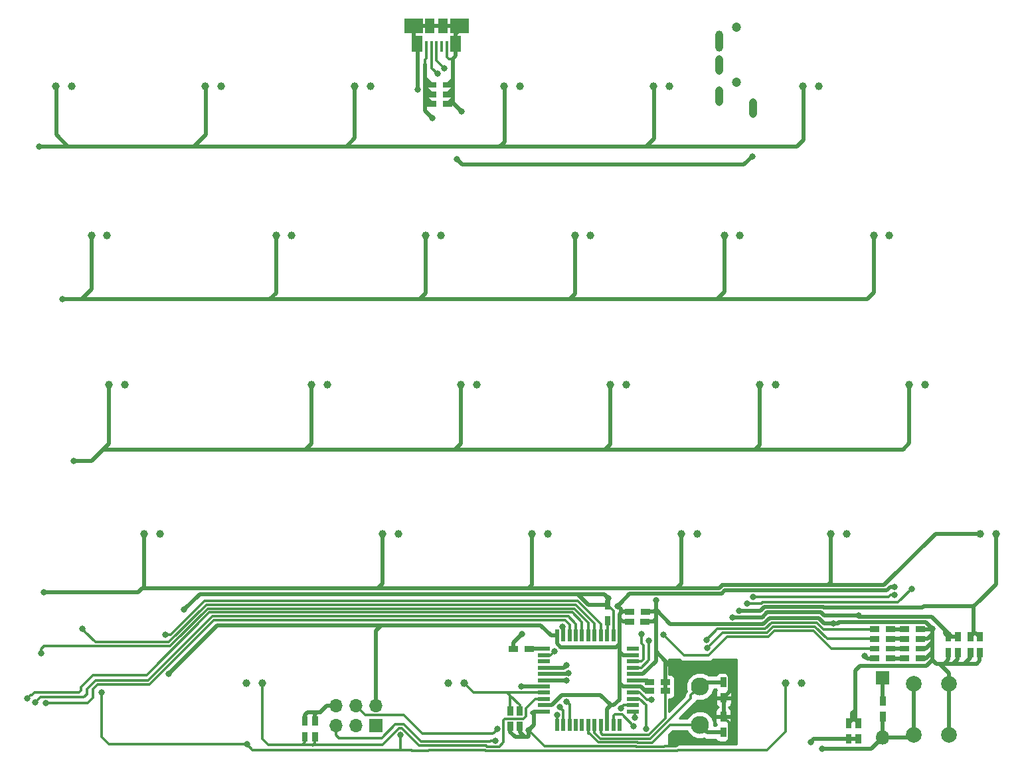
<source format=gbr>
G04 #@! TF.GenerationSoftware,KiCad,Pcbnew,(5.0.2)-1*
G04 #@! TF.CreationDate,2020-04-01T00:19:12+09:00*
G04 #@! TF.ProjectId,eckeyboard,65636b65-7962-46f6-9172-642e6b696361,rev?*
G04 #@! TF.SameCoordinates,Original*
G04 #@! TF.FileFunction,Copper,L2,Bot*
G04 #@! TF.FilePolarity,Positive*
%FSLAX46Y46*%
G04 Gerber Fmt 4.6, Leading zero omitted, Abs format (unit mm)*
G04 Created by KiCad (PCBNEW (5.0.2)-1) date 2020/04/01 0:19:12*
%MOMM*%
%LPD*%
G01*
G04 APERTURE LIST*
G04 #@! TA.AperFunction,SMDPad,CuDef*
%ADD10C,0.750000*%
G04 #@! TD*
G04 #@! TA.AperFunction,Conductor*
%ADD11C,0.100000*%
G04 #@! TD*
G04 #@! TA.AperFunction,ComponentPad*
%ADD12R,1.800000X1.800000*%
G04 #@! TD*
G04 #@! TA.AperFunction,ComponentPad*
%ADD13O,1.800000X1.800000*%
G04 #@! TD*
G04 #@! TA.AperFunction,ComponentPad*
%ADD14R,1.700000X1.700000*%
G04 #@! TD*
G04 #@! TA.AperFunction,ComponentPad*
%ADD15O,1.700000X1.700000*%
G04 #@! TD*
G04 #@! TA.AperFunction,SMDPad,CuDef*
%ADD16R,0.450000X1.380000*%
G04 #@! TD*
G04 #@! TA.AperFunction,SMDPad,CuDef*
%ADD17R,1.475000X2.100000*%
G04 #@! TD*
G04 #@! TA.AperFunction,SMDPad,CuDef*
%ADD18R,2.375000X1.900000*%
G04 #@! TD*
G04 #@! TA.AperFunction,SMDPad,CuDef*
%ADD19R,1.175000X1.900000*%
G04 #@! TD*
G04 #@! TA.AperFunction,ComponentPad*
%ADD20C,2.000000*%
G04 #@! TD*
G04 #@! TA.AperFunction,ComponentPad*
%ADD21C,1.000000*%
G04 #@! TD*
G04 #@! TA.AperFunction,SMDPad,CuDef*
%ADD22R,1.500000X0.550000*%
G04 #@! TD*
G04 #@! TA.AperFunction,SMDPad,CuDef*
%ADD23R,0.550000X1.500000*%
G04 #@! TD*
G04 #@! TA.AperFunction,ComponentPad*
%ADD24C,2.300000*%
G04 #@! TD*
G04 #@! TA.AperFunction,ComponentPad*
%ADD25O,1.000000X2.500000*%
G04 #@! TD*
G04 #@! TA.AperFunction,ComponentPad*
%ADD26O,1.000000X2.700000*%
G04 #@! TD*
G04 #@! TA.AperFunction,ComponentPad*
%ADD27C,1.200000*%
G04 #@! TD*
G04 #@! TA.AperFunction,ViaPad*
%ADD28C,0.800000*%
G04 #@! TD*
G04 #@! TA.AperFunction,Conductor*
%ADD29C,0.500000*%
G04 #@! TD*
G04 #@! TA.AperFunction,Conductor*
%ADD30C,0.300000*%
G04 #@! TD*
G04 #@! TA.AperFunction,Conductor*
%ADD31C,0.254000*%
G04 #@! TD*
G04 APERTURE END LIST*
D10*
G04 #@! TO.P,C11,2*
G04 #@! TO.N,GND*
X126650000Y-127215207D03*
D11*
G04 #@! TD*
G04 #@! TO.N,GND*
G04 #@! TO.C,C11*
G36*
X126050000Y-127590207D02*
X126050000Y-126840207D01*
X127250000Y-126840207D01*
X127250000Y-127590207D01*
X126050000Y-127590207D01*
X126050000Y-127590207D01*
G37*
D10*
G04 #@! TO.P,C11,1*
G04 #@! TO.N,+5V*
X124650000Y-127215207D03*
D11*
G04 #@! TD*
G04 #@! TO.N,+5V*
G04 #@! TO.C,C11*
G36*
X124050000Y-127590207D02*
X124050000Y-126840207D01*
X125250000Y-126840207D01*
X125250000Y-127590207D01*
X124050000Y-127590207D01*
X124050000Y-127590207D01*
G37*
D10*
G04 #@! TO.P,C2,1*
G04 #@! TO.N,COL0*
X80700000Y-133050000D03*
D11*
G04 #@! TD*
G04 #@! TO.N,COL0*
G04 #@! TO.C,C2*
G36*
X81075000Y-133650000D02*
X80325000Y-133650000D01*
X80325000Y-132450000D01*
X81075000Y-132450000D01*
X81075000Y-133650000D01*
X81075000Y-133650000D01*
G37*
D10*
G04 #@! TO.P,C2,2*
G04 #@! TO.N,GND*
X80700000Y-131050000D03*
D11*
G04 #@! TD*
G04 #@! TO.N,GND*
G04 #@! TO.C,C2*
G36*
X81075000Y-131650000D02*
X80325000Y-131650000D01*
X80325000Y-130450000D01*
X81075000Y-130450000D01*
X81075000Y-131650000D01*
X81075000Y-131650000D01*
G37*
D10*
G04 #@! TO.P,C3,2*
G04 #@! TO.N,GND*
X106900000Y-131758348D03*
D11*
G04 #@! TD*
G04 #@! TO.N,GND*
G04 #@! TO.C,C3*
G36*
X106525000Y-131158348D02*
X107275000Y-131158348D01*
X107275000Y-132358348D01*
X106525000Y-132358348D01*
X106525000Y-131158348D01*
X106525000Y-131158348D01*
G37*
D10*
G04 #@! TO.P,C3,1*
G04 #@! TO.N,COL1*
X106900000Y-129758348D03*
D11*
G04 #@! TD*
G04 #@! TO.N,COL1*
G04 #@! TO.C,C3*
G36*
X106525000Y-129158348D02*
X107275000Y-129158348D01*
X107275000Y-130358348D01*
X106525000Y-130358348D01*
X106525000Y-129158348D01*
X106525000Y-129158348D01*
G37*
D10*
G04 #@! TO.P,C5,1*
G04 #@! TO.N,COL3*
X150050000Y-133350000D03*
D11*
G04 #@! TD*
G04 #@! TO.N,COL3*
G04 #@! TO.C,C5*
G36*
X150425000Y-133950000D02*
X149675000Y-133950000D01*
X149675000Y-132750000D01*
X150425000Y-132750000D01*
X150425000Y-133950000D01*
X150425000Y-133950000D01*
G37*
D10*
G04 #@! TO.P,C5,2*
G04 #@! TO.N,GND*
X150050000Y-131350000D03*
D11*
G04 #@! TD*
G04 #@! TO.N,GND*
G04 #@! TO.C,C5*
G36*
X150425000Y-131950000D02*
X149675000Y-131950000D01*
X149675000Y-130750000D01*
X150425000Y-130750000D01*
X150425000Y-131950000D01*
X150425000Y-131950000D01*
G37*
D10*
G04 #@! TO.P,C6,2*
G04 #@! TO.N,GND*
X163950000Y-122300000D03*
D11*
G04 #@! TD*
G04 #@! TO.N,GND*
G04 #@! TO.C,C6*
G36*
X163575000Y-121700000D02*
X164325000Y-121700000D01*
X164325000Y-122900000D01*
X163575000Y-122900000D01*
X163575000Y-121700000D01*
X163575000Y-121700000D01*
G37*
D10*
G04 #@! TO.P,C6,1*
G04 #@! TO.N,COL4*
X163950000Y-120300000D03*
D11*
G04 #@! TD*
G04 #@! TO.N,COL4*
G04 #@! TO.C,C6*
G36*
X163575000Y-119700000D02*
X164325000Y-119700000D01*
X164325000Y-120900000D01*
X163575000Y-120900000D01*
X163575000Y-119700000D01*
X163575000Y-119700000D01*
G37*
D10*
G04 #@! TO.P,C7,2*
G04 #@! TO.N,GND*
X166750000Y-122300000D03*
D11*
G04 #@! TD*
G04 #@! TO.N,GND*
G04 #@! TO.C,C7*
G36*
X166375000Y-121700000D02*
X167125000Y-121700000D01*
X167125000Y-122900000D01*
X166375000Y-122900000D01*
X166375000Y-121700000D01*
X166375000Y-121700000D01*
G37*
D10*
G04 #@! TO.P,C7,1*
G04 #@! TO.N,COL5*
X166750000Y-120300000D03*
D11*
G04 #@! TD*
G04 #@! TO.N,COL5*
G04 #@! TO.C,C7*
G36*
X166375000Y-119700000D02*
X167125000Y-119700000D01*
X167125000Y-120900000D01*
X166375000Y-120900000D01*
X166375000Y-119700000D01*
X166375000Y-119700000D01*
G37*
D10*
G04 #@! TO.P,C8,1*
G04 #@! TO.N,Net-(C8-Pad1)*
X134050000Y-132500000D03*
D11*
G04 #@! TD*
G04 #@! TO.N,Net-(C8-Pad1)*
G04 #@! TO.C,C8*
G36*
X134425000Y-133100000D02*
X133675000Y-133100000D01*
X133675000Y-131900000D01*
X134425000Y-131900000D01*
X134425000Y-133100000D01*
X134425000Y-133100000D01*
G37*
D10*
G04 #@! TO.P,C8,2*
G04 #@! TO.N,GND*
X134050000Y-130500000D03*
D11*
G04 #@! TD*
G04 #@! TO.N,GND*
G04 #@! TO.C,C8*
G36*
X134425000Y-131100000D02*
X133675000Y-131100000D01*
X133675000Y-129900000D01*
X134425000Y-129900000D01*
X134425000Y-131100000D01*
X134425000Y-131100000D01*
G37*
D10*
G04 #@! TO.P,C9,1*
G04 #@! TO.N,Net-(C9-Pad1)*
X134100000Y-126100000D03*
D11*
G04 #@! TD*
G04 #@! TO.N,Net-(C9-Pad1)*
G04 #@! TO.C,C9*
G36*
X133725000Y-125500000D02*
X134475000Y-125500000D01*
X134475000Y-126700000D01*
X133725000Y-126700000D01*
X133725000Y-125500000D01*
X133725000Y-125500000D01*
G37*
D10*
G04 #@! TO.P,C9,2*
G04 #@! TO.N,GND*
X134100000Y-128100000D03*
D11*
G04 #@! TD*
G04 #@! TO.N,GND*
G04 #@! TO.C,C9*
G36*
X133725000Y-127500000D02*
X134475000Y-127500000D01*
X134475000Y-128700000D01*
X133725000Y-128700000D01*
X133725000Y-127500000D01*
X133725000Y-127500000D01*
G37*
D10*
G04 #@! TO.P,C10,1*
G04 #@! TO.N,Net-(C10-Pad1)*
X119315063Y-118265207D03*
D11*
G04 #@! TD*
G04 #@! TO.N,Net-(C10-Pad1)*
G04 #@! TO.C,C10*
G36*
X119690063Y-118865207D02*
X118940063Y-118865207D01*
X118940063Y-117665207D01*
X119690063Y-117665207D01*
X119690063Y-118865207D01*
X119690063Y-118865207D01*
G37*
D10*
G04 #@! TO.P,C10,2*
G04 #@! TO.N,GND*
X119315063Y-116265207D03*
D11*
G04 #@! TD*
G04 #@! TO.N,GND*
G04 #@! TO.C,C10*
G36*
X119690063Y-116865207D02*
X118940063Y-116865207D01*
X118940063Y-115665207D01*
X119690063Y-115665207D01*
X119690063Y-116865207D01*
X119690063Y-116865207D01*
G37*
D10*
G04 #@! TO.P,C12,1*
G04 #@! TO.N,Net-(C12-Pad1)*
X124650000Y-126115207D03*
D11*
G04 #@! TD*
G04 #@! TO.N,Net-(C12-Pad1)*
G04 #@! TO.C,C12*
G36*
X124050000Y-126490207D02*
X124050000Y-125740207D01*
X125250000Y-125740207D01*
X125250000Y-126490207D01*
X124050000Y-126490207D01*
X124050000Y-126490207D01*
G37*
D10*
G04 #@! TO.P,C12,2*
G04 #@! TO.N,GND*
X126650000Y-126115207D03*
D11*
G04 #@! TD*
G04 #@! TO.N,GND*
G04 #@! TO.C,C12*
G36*
X126050000Y-126490207D02*
X126050000Y-125740207D01*
X127250000Y-125740207D01*
X127250000Y-126490207D01*
X126050000Y-126490207D01*
X126050000Y-126490207D01*
G37*
D10*
G04 #@! TO.P,C13,1*
G04 #@! TO.N,GND*
X124086416Y-118382178D03*
D11*
G04 #@! TD*
G04 #@! TO.N,GND*
G04 #@! TO.C,C13*
G36*
X124686416Y-118007178D02*
X124686416Y-118757178D01*
X123486416Y-118757178D01*
X123486416Y-118007178D01*
X124686416Y-118007178D01*
X124686416Y-118007178D01*
G37*
D10*
G04 #@! TO.P,C13,2*
G04 #@! TO.N,+5V*
X122086416Y-118382178D03*
D11*
G04 #@! TD*
G04 #@! TO.N,+5V*
G04 #@! TO.C,C13*
G36*
X122686416Y-118007178D02*
X122686416Y-118757178D01*
X121486416Y-118757178D01*
X121486416Y-118007178D01*
X122686416Y-118007178D01*
X122686416Y-118007178D01*
G37*
D10*
G04 #@! TO.P,C14,2*
G04 #@! TO.N,+5V*
X122101623Y-117117115D03*
D11*
G04 #@! TD*
G04 #@! TO.N,+5V*
G04 #@! TO.C,C14*
G36*
X122701623Y-116742115D02*
X122701623Y-117492115D01*
X121501623Y-117492115D01*
X121501623Y-116742115D01*
X122701623Y-116742115D01*
X122701623Y-116742115D01*
G37*
D10*
G04 #@! TO.P,C14,1*
G04 #@! TO.N,GND*
X124101623Y-117117115D03*
D11*
G04 #@! TD*
G04 #@! TO.N,GND*
G04 #@! TO.C,C14*
G36*
X124701623Y-116742115D02*
X124701623Y-117492115D01*
X123501623Y-117492115D01*
X123501623Y-116742115D01*
X124701623Y-116742115D01*
X124701623Y-116742115D01*
G37*
D10*
G04 #@! TO.P,C15,1*
G04 #@! TO.N,+5V*
X96900000Y-51050000D03*
D11*
G04 #@! TD*
G04 #@! TO.N,+5V*
G04 #@! TO.C,C15*
G36*
X96300000Y-51425000D02*
X96300000Y-50675000D01*
X97500000Y-50675000D01*
X97500000Y-51425000D01*
X96300000Y-51425000D01*
X96300000Y-51425000D01*
G37*
D10*
G04 #@! TO.P,C15,2*
G04 #@! TO.N,GND*
X98900000Y-51050000D03*
D11*
G04 #@! TD*
G04 #@! TO.N,GND*
G04 #@! TO.C,C15*
G36*
X98300000Y-51425000D02*
X98300000Y-50675000D01*
X99500000Y-50675000D01*
X99500000Y-51425000D01*
X98300000Y-51425000D01*
X98300000Y-51425000D01*
G37*
D10*
G04 #@! TO.P,C16,2*
G04 #@! TO.N,GND*
X98900000Y-52250000D03*
D11*
G04 #@! TD*
G04 #@! TO.N,GND*
G04 #@! TO.C,C16*
G36*
X98300000Y-52625000D02*
X98300000Y-51875000D01*
X99500000Y-51875000D01*
X99500000Y-52625000D01*
X98300000Y-52625000D01*
X98300000Y-52625000D01*
G37*
D10*
G04 #@! TO.P,C16,1*
G04 #@! TO.N,+5V*
X96900000Y-52250000D03*
D11*
G04 #@! TD*
G04 #@! TO.N,+5V*
G04 #@! TO.C,C16*
G36*
X96300000Y-52625000D02*
X96300000Y-51875000D01*
X97500000Y-51875000D01*
X97500000Y-52625000D01*
X96300000Y-52625000D01*
X96300000Y-52625000D01*
G37*
D12*
G04 #@! TO.P,D1,1*
G04 #@! TO.N,+5V*
X154350000Y-125550000D03*
D13*
G04 #@! TO.P,D1,2*
G04 #@! TO.N,/ArduinoLayer/RESET*
X154350000Y-133170000D03*
G04 #@! TD*
D10*
G04 #@! TO.P,D2,1*
G04 #@! TO.N,GND*
X159163040Y-121828168D03*
D11*
G04 #@! TD*
G04 #@! TO.N,GND*
G04 #@! TO.C,D2*
G36*
X159763040Y-121453168D02*
X159763040Y-122203168D01*
X158563040Y-122203168D01*
X158563040Y-121453168D01*
X159763040Y-121453168D01*
X159763040Y-121453168D01*
G37*
D10*
G04 #@! TO.P,D2,2*
G04 #@! TO.N,Net-(D2-Pad2)*
X157163040Y-121828168D03*
D11*
G04 #@! TD*
G04 #@! TO.N,Net-(D2-Pad2)*
G04 #@! TO.C,D2*
G36*
X157763040Y-121453168D02*
X157763040Y-122203168D01*
X156563040Y-122203168D01*
X156563040Y-121453168D01*
X157763040Y-121453168D01*
X157763040Y-121453168D01*
G37*
D10*
G04 #@! TO.P,D3,1*
G04 #@! TO.N,GND*
X159163040Y-120578168D03*
D11*
G04 #@! TD*
G04 #@! TO.N,GND*
G04 #@! TO.C,D3*
G36*
X159763040Y-120203168D02*
X159763040Y-120953168D01*
X158563040Y-120953168D01*
X158563040Y-120203168D01*
X159763040Y-120203168D01*
X159763040Y-120203168D01*
G37*
D10*
G04 #@! TO.P,D3,2*
G04 #@! TO.N,Net-(D3-Pad2)*
X157163040Y-120578168D03*
D11*
G04 #@! TD*
G04 #@! TO.N,Net-(D3-Pad2)*
G04 #@! TO.C,D3*
G36*
X157763040Y-120203168D02*
X157763040Y-120953168D01*
X156563040Y-120953168D01*
X156563040Y-120203168D01*
X157763040Y-120203168D01*
X157763040Y-120203168D01*
G37*
D10*
G04 #@! TO.P,D4,2*
G04 #@! TO.N,Net-(D4-Pad2)*
X157163040Y-119328168D03*
D11*
G04 #@! TD*
G04 #@! TO.N,Net-(D4-Pad2)*
G04 #@! TO.C,D4*
G36*
X157763040Y-118953168D02*
X157763040Y-119703168D01*
X156563040Y-119703168D01*
X156563040Y-118953168D01*
X157763040Y-118953168D01*
X157763040Y-118953168D01*
G37*
D10*
G04 #@! TO.P,D4,1*
G04 #@! TO.N,GND*
X159163040Y-119328168D03*
D11*
G04 #@! TD*
G04 #@! TO.N,GND*
G04 #@! TO.C,D4*
G36*
X159763040Y-118953168D02*
X159763040Y-119703168D01*
X158563040Y-119703168D01*
X158563040Y-118953168D01*
X159763040Y-118953168D01*
X159763040Y-118953168D01*
G37*
D10*
G04 #@! TO.P,D5,2*
G04 #@! TO.N,Net-(D5-Pad2)*
X157163040Y-123078168D03*
D11*
G04 #@! TD*
G04 #@! TO.N,Net-(D5-Pad2)*
G04 #@! TO.C,D5*
G36*
X157763040Y-122703168D02*
X157763040Y-123453168D01*
X156563040Y-123453168D01*
X156563040Y-122703168D01*
X157763040Y-122703168D01*
X157763040Y-122703168D01*
G37*
D10*
G04 #@! TO.P,D5,1*
G04 #@! TO.N,GND*
X159163040Y-123078168D03*
D11*
G04 #@! TD*
G04 #@! TO.N,GND*
G04 #@! TO.C,D5*
G36*
X159763040Y-122703168D02*
X159763040Y-123453168D01*
X158563040Y-123453168D01*
X158563040Y-122703168D01*
X159763040Y-122703168D01*
X159763040Y-122703168D01*
G37*
D14*
G04 #@! TO.P,J1,1*
G04 #@! TO.N,/ArduinoLayer/MISO*
X89750000Y-131650000D03*
D15*
G04 #@! TO.P,J1,2*
G04 #@! TO.N,+5V*
X89750000Y-129110000D03*
G04 #@! TO.P,J1,3*
G04 #@! TO.N,/ArduinoLayer/SCK*
X87210000Y-131650000D03*
G04 #@! TO.P,J1,4*
G04 #@! TO.N,/ArduinoLayer/MOSI*
X87210000Y-129110000D03*
G04 #@! TO.P,J1,5*
G04 #@! TO.N,/ArduinoLayer/RESET*
X84670000Y-131650000D03*
G04 #@! TO.P,J1,6*
G04 #@! TO.N,GND*
X84670000Y-129110000D03*
G04 #@! TD*
D16*
G04 #@! TO.P,J2,1*
G04 #@! TO.N,+5V*
X96200000Y-44960000D03*
G04 #@! TO.P,J2,2*
G04 #@! TO.N,Net-(J2-Pad2)*
X96850000Y-44960000D03*
G04 #@! TO.P,J2,3*
G04 #@! TO.N,Net-(J2-Pad3)*
X97500000Y-44960000D03*
G04 #@! TO.P,J2,4*
G04 #@! TO.N,N/C*
X98150000Y-44960000D03*
G04 #@! TO.P,J2,5*
G04 #@! TO.N,GND*
X98800000Y-44960000D03*
D17*
G04 #@! TO.P,J2,6*
X95037500Y-44600000D03*
X99962500Y-44600000D03*
D18*
X94590000Y-42300000D03*
X100410000Y-42300000D03*
D19*
X96660000Y-42300000D03*
X98340000Y-42300000D03*
G04 #@! TD*
D20*
G04 #@! TO.P,SW1,2*
G04 #@! TO.N,/ArduinoLayer/RESET*
X158350000Y-132850000D03*
G04 #@! TO.P,SW1,1*
G04 #@! TO.N,GND*
X162850000Y-132850000D03*
G04 #@! TO.P,SW1,2*
G04 #@! TO.N,/ArduinoLayer/RESET*
X158350000Y-126350000D03*
G04 #@! TO.P,SW1,1*
G04 #@! TO.N,GND*
X162850000Y-126350000D03*
G04 #@! TD*
D21*
G04 #@! TO.P,TP1,2*
G04 #@! TO.N,/ROW0*
X48984000Y-50000000D03*
G04 #@! TO.P,TP1,1*
G04 #@! TO.N,COL0*
X51000000Y-50000000D03*
G04 #@! TD*
G04 #@! TO.P,TP2,2*
G04 #@! TO.N,/ROW1*
X53484000Y-69050000D03*
G04 #@! TO.P,TP2,1*
G04 #@! TO.N,COL0*
X55500000Y-69050000D03*
G04 #@! TD*
G04 #@! TO.P,TP3,2*
G04 #@! TO.N,/ROW2*
X55734000Y-88100000D03*
G04 #@! TO.P,TP3,1*
G04 #@! TO.N,COL0*
X57750000Y-88100000D03*
G04 #@! TD*
G04 #@! TO.P,TP4,1*
G04 #@! TO.N,COL1*
X70050000Y-50000000D03*
G04 #@! TO.P,TP4,2*
G04 #@! TO.N,/ROW0*
X68034000Y-50000000D03*
G04 #@! TD*
G04 #@! TO.P,TP5,2*
G04 #@! TO.N,/ROW1*
X77034000Y-69050000D03*
G04 #@! TO.P,TP5,1*
G04 #@! TO.N,COL1*
X79050000Y-69050000D03*
G04 #@! TD*
G04 #@! TO.P,TP6,1*
G04 #@! TO.N,COL1*
X83550000Y-88100000D03*
G04 #@! TO.P,TP6,2*
G04 #@! TO.N,/ROW2*
X81534000Y-88100000D03*
G04 #@! TD*
G04 #@! TO.P,TP7,1*
G04 #@! TO.N,COL2*
X89100000Y-50000000D03*
G04 #@! TO.P,TP7,2*
G04 #@! TO.N,/ROW0*
X87084000Y-50000000D03*
G04 #@! TD*
G04 #@! TO.P,TP8,2*
G04 #@! TO.N,/ROW1*
X96084000Y-69050000D03*
G04 #@! TO.P,TP8,1*
G04 #@! TO.N,COL2*
X98100000Y-69050000D03*
G04 #@! TD*
G04 #@! TO.P,TP9,1*
G04 #@! TO.N,COL2*
X102600000Y-88100000D03*
G04 #@! TO.P,TP9,2*
G04 #@! TO.N,/ROW2*
X100584000Y-88100000D03*
G04 #@! TD*
G04 #@! TO.P,TP10,1*
G04 #@! TO.N,COL0*
X62250000Y-107150000D03*
G04 #@! TO.P,TP10,2*
G04 #@! TO.N,/ROW3*
X60234000Y-107150000D03*
G04 #@! TD*
G04 #@! TO.P,TP11,1*
G04 #@! TO.N,COL0*
X75300000Y-126200000D03*
G04 #@! TO.P,TP11,2*
G04 #@! TO.N,/ROW4*
X73284000Y-126200000D03*
G04 #@! TD*
G04 #@! TO.P,TP12,2*
G04 #@! TO.N,/ROW3*
X90584000Y-107150000D03*
G04 #@! TO.P,TP12,1*
G04 #@! TO.N,COL1*
X92600000Y-107150000D03*
G04 #@! TD*
G04 #@! TO.P,TP13,2*
G04 #@! TO.N,/ROW4*
X98984000Y-126200000D03*
G04 #@! TO.P,TP13,1*
G04 #@! TO.N,COL1*
X101000000Y-126200000D03*
G04 #@! TD*
G04 #@! TO.P,TP14,1*
G04 #@! TO.N,COL2*
X111650000Y-107150000D03*
G04 #@! TO.P,TP14,2*
G04 #@! TO.N,/ROW3*
X109634000Y-107150000D03*
G04 #@! TD*
G04 #@! TO.P,TP15,1*
G04 #@! TO.N,COL3*
X108150000Y-50000000D03*
G04 #@! TO.P,TP15,2*
G04 #@! TO.N,/ROW0*
X106134000Y-50000000D03*
G04 #@! TD*
G04 #@! TO.P,TP16,1*
G04 #@! TO.N,COL3*
X117150000Y-69050000D03*
G04 #@! TO.P,TP16,2*
G04 #@! TO.N,/ROW1*
X115134000Y-69050000D03*
G04 #@! TD*
G04 #@! TO.P,TP17,2*
G04 #@! TO.N,/ROW2*
X119634000Y-88100000D03*
G04 #@! TO.P,TP17,1*
G04 #@! TO.N,COL3*
X121650000Y-88100000D03*
G04 #@! TD*
G04 #@! TO.P,TP18,2*
G04 #@! TO.N,/ROW3*
X128684000Y-107150000D03*
G04 #@! TO.P,TP18,1*
G04 #@! TO.N,COL3*
X130700000Y-107150000D03*
G04 #@! TD*
G04 #@! TO.P,TP19,1*
G04 #@! TO.N,COL3*
X144000000Y-126200000D03*
G04 #@! TO.P,TP19,2*
G04 #@! TO.N,/ROW4*
X141984000Y-126200000D03*
G04 #@! TD*
G04 #@! TO.P,TP20,2*
G04 #@! TO.N,/ROW0*
X125184000Y-50000000D03*
G04 #@! TO.P,TP20,1*
G04 #@! TO.N,COL4*
X127200000Y-50000000D03*
G04 #@! TD*
G04 #@! TO.P,TP21,1*
G04 #@! TO.N,COL4*
X136200000Y-69050000D03*
G04 #@! TO.P,TP21,2*
G04 #@! TO.N,/ROW1*
X134184000Y-69050000D03*
G04 #@! TD*
G04 #@! TO.P,TP22,2*
G04 #@! TO.N,/ROW2*
X138684000Y-88100000D03*
G04 #@! TO.P,TP22,1*
G04 #@! TO.N,COL4*
X140700000Y-88100000D03*
G04 #@! TD*
G04 #@! TO.P,TP23,1*
G04 #@! TO.N,COL4*
X149750000Y-107150000D03*
G04 #@! TO.P,TP23,2*
G04 #@! TO.N,/ROW3*
X147734000Y-107150000D03*
G04 #@! TD*
G04 #@! TO.P,TP24,2*
G04 #@! TO.N,/ROW0*
X144234000Y-50000000D03*
G04 #@! TO.P,TP24,1*
G04 #@! TO.N,COL5*
X146250000Y-50000000D03*
G04 #@! TD*
G04 #@! TO.P,TP25,1*
G04 #@! TO.N,COL5*
X155250000Y-69050000D03*
G04 #@! TO.P,TP25,2*
G04 #@! TO.N,/ROW1*
X153234000Y-69050000D03*
G04 #@! TD*
G04 #@! TO.P,TP26,2*
G04 #@! TO.N,/ROW2*
X157734000Y-88100000D03*
G04 #@! TO.P,TP26,1*
G04 #@! TO.N,COL5*
X159750000Y-88100000D03*
G04 #@! TD*
G04 #@! TO.P,TP27,1*
G04 #@! TO.N,COL5*
X168800000Y-107150000D03*
G04 #@! TO.P,TP27,2*
G04 #@! TO.N,/ROW3*
X166784000Y-107150000D03*
G04 #@! TD*
D22*
G04 #@! TO.P,U3,1*
G04 #@! TO.N,N/C*
X122550000Y-121850000D03*
G04 #@! TO.P,U3,2*
G04 #@! TO.N,+5V*
X122550000Y-122650000D03*
G04 #@! TO.P,U3,3*
G04 #@! TO.N,/ArduinoLayer/D+*
X122550000Y-123450000D03*
G04 #@! TO.P,U3,4*
G04 #@! TO.N,/ArduinoLayer/D-*
X122550000Y-124250000D03*
G04 #@! TO.P,U3,5*
G04 #@! TO.N,GND*
X122550000Y-125050000D03*
G04 #@! TO.P,U3,6*
G04 #@! TO.N,Net-(C12-Pad1)*
X122550000Y-125850000D03*
G04 #@! TO.P,U3,7*
G04 #@! TO.N,+5V*
X122550000Y-126650000D03*
G04 #@! TO.P,U3,8*
G04 #@! TO.N,/ArduinoLayer/RXLED*
X122550000Y-127450000D03*
G04 #@! TO.P,U3,9*
G04 #@! TO.N,/ArduinoLayer/SCK*
X122550000Y-128250000D03*
G04 #@! TO.P,U3,10*
G04 #@! TO.N,/ArduinoLayer/MOSI*
X122550000Y-129050000D03*
G04 #@! TO.P,U3,11*
G04 #@! TO.N,/ArduinoLayer/MISO*
X122550000Y-129850000D03*
D23*
G04 #@! TO.P,U3,12*
G04 #@! TO.N,N/C*
X120850000Y-131550000D03*
G04 #@! TO.P,U3,13*
G04 #@! TO.N,/ArduinoLayer/RESET*
X120050000Y-131550000D03*
G04 #@! TO.P,U3,14*
G04 #@! TO.N,+5V*
X119250000Y-131550000D03*
G04 #@! TO.P,U3,15*
G04 #@! TO.N,GND*
X118450000Y-131550000D03*
G04 #@! TO.P,U3,16*
G04 #@! TO.N,Net-(C9-Pad1)*
X117650000Y-131550000D03*
G04 #@! TO.P,U3,17*
G04 #@! TO.N,Net-(C8-Pad1)*
X116850000Y-131550000D03*
G04 #@! TO.P,U3,18*
G04 #@! TO.N,N/C*
X116050000Y-131550000D03*
G04 #@! TO.P,U3,19*
X115250000Y-131550000D03*
G04 #@! TO.P,U3,20*
G04 #@! TO.N,/ArduinoLayer/Rx*
X114450000Y-131550000D03*
G04 #@! TO.P,U3,21*
G04 #@! TO.N,/ArduinoLayer/Tx*
X113650000Y-131550000D03*
G04 #@! TO.P,U3,22*
G04 #@! TO.N,/ArduinoLayer/TXLED*
X112850000Y-131550000D03*
D22*
G04 #@! TO.P,U3,23*
G04 #@! TO.N,GND*
X111150000Y-129850000D03*
G04 #@! TO.P,U3,24*
G04 #@! TO.N,+5V*
X111150000Y-129050000D03*
G04 #@! TO.P,U3,25*
G04 #@! TO.N,COL0*
X111150000Y-128250000D03*
G04 #@! TO.P,U3,26*
G04 #@! TO.N,COL1*
X111150000Y-127450000D03*
G04 #@! TO.P,U3,27*
G04 #@! TO.N,COL2*
X111150000Y-126650000D03*
G04 #@! TO.P,U3,28*
G04 #@! TO.N,COL3*
X111150000Y-125850000D03*
G04 #@! TO.P,U3,29*
G04 #@! TO.N,COL4*
X111150000Y-125050000D03*
G04 #@! TO.P,U3,30*
G04 #@! TO.N,COL5*
X111150000Y-124250000D03*
G04 #@! TO.P,U3,31*
G04 #@! TO.N,N/C*
X111150000Y-123450000D03*
G04 #@! TO.P,U3,32*
G04 #@! TO.N,/ArduinoLayer/CLKLED*
X111150000Y-122650000D03*
G04 #@! TO.P,U3,33*
G04 #@! TO.N,/ArduinoLayer/HWB*
X111150000Y-121850000D03*
D23*
G04 #@! TO.P,U3,34*
G04 #@! TO.N,+5V*
X112850000Y-120150000D03*
G04 #@! TO.P,U3,35*
G04 #@! TO.N,GND*
X113650000Y-120150000D03*
G04 #@! TO.P,U3,36*
G04 #@! TO.N,MUX_A*
X114450000Y-120150000D03*
G04 #@! TO.P,U3,37*
G04 #@! TO.N,MUX_B*
X115250000Y-120150000D03*
G04 #@! TO.P,U3,38*
G04 #@! TO.N,MUX_C*
X116050000Y-120150000D03*
G04 #@! TO.P,U3,39*
G04 #@! TO.N,MUX_EN*
X116850000Y-120150000D03*
G04 #@! TO.P,U3,40*
G04 #@! TO.N,DRAIN*
X117650000Y-120150000D03*
G04 #@! TO.P,U3,41*
G04 #@! TO.N,READ*
X118450000Y-120150000D03*
G04 #@! TO.P,U3,42*
G04 #@! TO.N,Net-(C10-Pad1)*
X119250000Y-120150000D03*
G04 #@! TO.P,U3,43*
G04 #@! TO.N,GND*
X120050000Y-120150000D03*
G04 #@! TO.P,U3,44*
G04 #@! TO.N,+5V*
X120850000Y-120150000D03*
G04 #@! TD*
D24*
G04 #@! TO.P,Y1,1*
G04 #@! TO.N,Net-(C8-Pad1)*
X131065207Y-131534937D03*
G04 #@! TO.P,Y1,2*
G04 #@! TO.N,Net-(C9-Pad1)*
X131065207Y-126634937D03*
G04 #@! TD*
D25*
G04 #@! TO.P,J3,S*
G04 #@! TO.N,GND*
X137850000Y-52800000D03*
G04 #@! TO.P,J3,T*
G04 #@! TO.N,+5V*
X133550000Y-51300000D03*
G04 #@! TO.P,J3,R1*
G04 #@! TO.N,/ArduinoLayer/Rx*
X133550000Y-47300000D03*
D26*
G04 #@! TO.P,J3,R2*
G04 #@! TO.N,/ArduinoLayer/Tx*
X133550000Y-44300000D03*
D27*
G04 #@! TO.P,J3,*
G04 #@! TO.N,*
X135750000Y-42500000D03*
X135750000Y-49500000D03*
G04 #@! TD*
D10*
G04 #@! TO.P,R17,2*
G04 #@! TO.N,Net-(D2-Pad2)*
X155363040Y-121828168D03*
D11*
G04 #@! TD*
G04 #@! TO.N,Net-(D2-Pad2)*
G04 #@! TO.C,R17*
G36*
X154763040Y-122203168D02*
X154763040Y-121453168D01*
X155963040Y-121453168D01*
X155963040Y-122203168D01*
X154763040Y-122203168D01*
X154763040Y-122203168D01*
G37*
D10*
G04 #@! TO.P,R17,1*
G04 #@! TO.N,/ArduinoLayer/CLKLED*
X153363040Y-121828168D03*
D11*
G04 #@! TD*
G04 #@! TO.N,/ArduinoLayer/CLKLED*
G04 #@! TO.C,R17*
G36*
X152763040Y-122203168D02*
X152763040Y-121453168D01*
X153963040Y-121453168D01*
X153963040Y-122203168D01*
X152763040Y-122203168D01*
X152763040Y-122203168D01*
G37*
D10*
G04 #@! TO.P,R18,1*
G04 #@! TO.N,/ArduinoLayer/RXLED*
X153363040Y-120578168D03*
D11*
G04 #@! TD*
G04 #@! TO.N,/ArduinoLayer/RXLED*
G04 #@! TO.C,R18*
G36*
X152763040Y-120953168D02*
X152763040Y-120203168D01*
X153963040Y-120203168D01*
X153963040Y-120953168D01*
X152763040Y-120953168D01*
X152763040Y-120953168D01*
G37*
D10*
G04 #@! TO.P,R18,2*
G04 #@! TO.N,Net-(D3-Pad2)*
X155363040Y-120578168D03*
D11*
G04 #@! TD*
G04 #@! TO.N,Net-(D3-Pad2)*
G04 #@! TO.C,R18*
G36*
X154763040Y-120953168D02*
X154763040Y-120203168D01*
X155963040Y-120203168D01*
X155963040Y-120953168D01*
X154763040Y-120953168D01*
X154763040Y-120953168D01*
G37*
D10*
G04 #@! TO.P,R19,1*
G04 #@! TO.N,/ArduinoLayer/TXLED*
X153363040Y-119328168D03*
D11*
G04 #@! TD*
G04 #@! TO.N,/ArduinoLayer/TXLED*
G04 #@! TO.C,R19*
G36*
X152763040Y-119703168D02*
X152763040Y-118953168D01*
X153963040Y-118953168D01*
X153963040Y-119703168D01*
X152763040Y-119703168D01*
X152763040Y-119703168D01*
G37*
D10*
G04 #@! TO.P,R19,2*
G04 #@! TO.N,Net-(D4-Pad2)*
X155363040Y-119328168D03*
D11*
G04 #@! TD*
G04 #@! TO.N,Net-(D4-Pad2)*
G04 #@! TO.C,R19*
G36*
X154763040Y-119703168D02*
X154763040Y-118953168D01*
X155963040Y-118953168D01*
X155963040Y-119703168D01*
X154763040Y-119703168D01*
X154763040Y-119703168D01*
G37*
D10*
G04 #@! TO.P,R20,2*
G04 #@! TO.N,Net-(D5-Pad2)*
X155363040Y-123078168D03*
D11*
G04 #@! TD*
G04 #@! TO.N,Net-(D5-Pad2)*
G04 #@! TO.C,R20*
G36*
X154763040Y-123453168D02*
X154763040Y-122703168D01*
X155963040Y-122703168D01*
X155963040Y-123453168D01*
X154763040Y-123453168D01*
X154763040Y-123453168D01*
G37*
D10*
G04 #@! TO.P,R20,1*
G04 #@! TO.N,+5V*
X153363040Y-123078168D03*
D11*
G04 #@! TD*
G04 #@! TO.N,+5V*
G04 #@! TO.C,R20*
G36*
X152763040Y-123453168D02*
X152763040Y-122703168D01*
X153963040Y-122703168D01*
X153963040Y-123453168D01*
X152763040Y-123453168D01*
X152763040Y-123453168D01*
G37*
D10*
G04 #@! TO.P,R9,1*
G04 #@! TO.N,COL0*
X82000000Y-133050000D03*
D11*
G04 #@! TD*
G04 #@! TO.N,COL0*
G04 #@! TO.C,R9*
G36*
X82375000Y-133650000D02*
X81625000Y-133650000D01*
X81625000Y-132450000D01*
X82375000Y-132450000D01*
X82375000Y-133650000D01*
X82375000Y-133650000D01*
G37*
D10*
G04 #@! TO.P,R9,2*
G04 #@! TO.N,GND*
X82000000Y-131050000D03*
D11*
G04 #@! TD*
G04 #@! TO.N,GND*
G04 #@! TO.C,R9*
G36*
X82375000Y-131650000D02*
X81625000Y-131650000D01*
X81625000Y-130450000D01*
X82375000Y-130450000D01*
X82375000Y-131650000D01*
X82375000Y-131650000D01*
G37*
D10*
G04 #@! TO.P,R11,2*
G04 #@! TO.N,GND*
X108100000Y-131758348D03*
D11*
G04 #@! TD*
G04 #@! TO.N,GND*
G04 #@! TO.C,R11*
G36*
X107725000Y-131158348D02*
X108475000Y-131158348D01*
X108475000Y-132358348D01*
X107725000Y-132358348D01*
X107725000Y-131158348D01*
X107725000Y-131158348D01*
G37*
D10*
G04 #@! TO.P,R11,1*
G04 #@! TO.N,COL1*
X108100000Y-129758348D03*
D11*
G04 #@! TD*
G04 #@! TO.N,COL1*
G04 #@! TO.C,R11*
G36*
X107725000Y-129158348D02*
X108475000Y-129158348D01*
X108475000Y-130358348D01*
X107725000Y-130358348D01*
X107725000Y-129158348D01*
X107725000Y-129158348D01*
G37*
D10*
G04 #@! TO.P,R13,2*
G04 #@! TO.N,GND*
X151300000Y-131350000D03*
D11*
G04 #@! TD*
G04 #@! TO.N,GND*
G04 #@! TO.C,R13*
G36*
X151675000Y-131950000D02*
X150925000Y-131950000D01*
X150925000Y-130750000D01*
X151675000Y-130750000D01*
X151675000Y-131950000D01*
X151675000Y-131950000D01*
G37*
D10*
G04 #@! TO.P,R13,1*
G04 #@! TO.N,COL3*
X151300000Y-133350000D03*
D11*
G04 #@! TD*
G04 #@! TO.N,COL3*
G04 #@! TO.C,R13*
G36*
X151675000Y-133950000D02*
X150925000Y-133950000D01*
X150925000Y-132750000D01*
X151675000Y-132750000D01*
X151675000Y-133950000D01*
X151675000Y-133950000D01*
G37*
D10*
G04 #@! TO.P,R14,1*
G04 #@! TO.N,COL4*
X162750000Y-120300000D03*
D11*
G04 #@! TD*
G04 #@! TO.N,COL4*
G04 #@! TO.C,R14*
G36*
X162375000Y-119700000D02*
X163125000Y-119700000D01*
X163125000Y-120900000D01*
X162375000Y-120900000D01*
X162375000Y-119700000D01*
X162375000Y-119700000D01*
G37*
D10*
G04 #@! TO.P,R14,2*
G04 #@! TO.N,GND*
X162750000Y-122300000D03*
D11*
G04 #@! TD*
G04 #@! TO.N,GND*
G04 #@! TO.C,R14*
G36*
X162375000Y-121700000D02*
X163125000Y-121700000D01*
X163125000Y-122900000D01*
X162375000Y-122900000D01*
X162375000Y-121700000D01*
X162375000Y-121700000D01*
G37*
D10*
G04 #@! TO.P,R15,2*
G04 #@! TO.N,GND*
X165550000Y-122300000D03*
D11*
G04 #@! TD*
G04 #@! TO.N,GND*
G04 #@! TO.C,R15*
G36*
X165175000Y-121700000D02*
X165925000Y-121700000D01*
X165925000Y-122900000D01*
X165175000Y-122900000D01*
X165175000Y-121700000D01*
X165175000Y-121700000D01*
G37*
D10*
G04 #@! TO.P,R15,1*
G04 #@! TO.N,COL5*
X165550000Y-120300000D03*
D11*
G04 #@! TD*
G04 #@! TO.N,COL5*
G04 #@! TO.C,R15*
G36*
X165175000Y-119700000D02*
X165925000Y-119700000D01*
X165925000Y-120900000D01*
X165175000Y-120900000D01*
X165175000Y-119700000D01*
X165175000Y-119700000D01*
G37*
D10*
G04 #@! TO.P,R16,1*
G04 #@! TO.N,+5V*
X154400000Y-128500000D03*
D11*
G04 #@! TD*
G04 #@! TO.N,+5V*
G04 #@! TO.C,R16*
G36*
X154025000Y-127900000D02*
X154775000Y-127900000D01*
X154775000Y-129100000D01*
X154025000Y-129100000D01*
X154025000Y-127900000D01*
X154025000Y-127900000D01*
G37*
D10*
G04 #@! TO.P,R16,2*
G04 #@! TO.N,/ArduinoLayer/RESET*
X154400000Y-130500000D03*
D11*
G04 #@! TD*
G04 #@! TO.N,/ArduinoLayer/RESET*
G04 #@! TO.C,R16*
G36*
X154025000Y-129900000D02*
X154775000Y-129900000D01*
X154775000Y-131100000D01*
X154025000Y-131100000D01*
X154025000Y-129900000D01*
X154025000Y-129900000D01*
G37*
D10*
G04 #@! TO.P,R21,2*
G04 #@! TO.N,GND*
X107300000Y-121850000D03*
D11*
G04 #@! TD*
G04 #@! TO.N,GND*
G04 #@! TO.C,R21*
G36*
X107900000Y-121475000D02*
X107900000Y-122225000D01*
X106700000Y-122225000D01*
X106700000Y-121475000D01*
X107900000Y-121475000D01*
X107900000Y-121475000D01*
G37*
D10*
G04 #@! TO.P,R21,1*
G04 #@! TO.N,/ArduinoLayer/HWB*
X109300000Y-121850000D03*
D11*
G04 #@! TD*
G04 #@! TO.N,/ArduinoLayer/HWB*
G04 #@! TO.C,R21*
G36*
X109900000Y-121475000D02*
X109900000Y-122225000D01*
X108700000Y-122225000D01*
X108700000Y-121475000D01*
X109900000Y-121475000D01*
X109900000Y-121475000D01*
G37*
D10*
G04 #@! TO.P,R24,2*
G04 #@! TO.N,GND*
X98900000Y-49850000D03*
D11*
G04 #@! TD*
G04 #@! TO.N,GND*
G04 #@! TO.C,R24*
G36*
X98300000Y-50225000D02*
X98300000Y-49475000D01*
X99500000Y-49475000D01*
X99500000Y-50225000D01*
X98300000Y-50225000D01*
X98300000Y-50225000D01*
G37*
D10*
G04 #@! TO.P,R24,1*
G04 #@! TO.N,+5V*
X96900000Y-49850000D03*
D11*
G04 #@! TD*
G04 #@! TO.N,+5V*
G04 #@! TO.C,R24*
G36*
X96300000Y-50225000D02*
X96300000Y-49475000D01*
X97500000Y-49475000D01*
X97500000Y-50225000D01*
X96300000Y-50225000D01*
X96300000Y-50225000D01*
G37*
D28*
G04 #@! TO.N,GND*
X100650000Y-53200000D03*
X95100000Y-50450000D03*
X65300000Y-116850000D03*
X119400000Y-115350000D03*
X108400000Y-119950010D03*
X113563634Y-118990608D03*
X125450000Y-115650010D03*
X160700000Y-119300000D03*
X148100000Y-118578158D03*
X109238379Y-132249968D03*
G04 #@! TO.N,COL2*
X108300000Y-126650000D03*
G04 #@! TO.N,COL3*
X114050010Y-125900010D03*
X145180144Y-133724990D03*
G04 #@! TO.N,COL4*
X114300307Y-124931828D03*
X151300000Y-117603148D03*
X135200000Y-117849979D03*
G04 #@! TO.N,COL5*
X114050010Y-123950000D03*
X136100000Y-117000000D03*
G04 #@! TO.N,+5V*
X96950000Y-54050000D03*
X120563130Y-116381751D03*
X63355374Y-125012424D03*
X137750000Y-59000000D03*
X100050000Y-59300000D03*
X155926048Y-113926048D03*
X152050000Y-122750000D03*
G04 #@! TO.N,/ArduinoLayer/RESET*
X146700000Y-134575000D03*
X122600000Y-131700000D03*
X105000000Y-133574969D03*
G04 #@! TO.N,/ArduinoLayer/MISO*
X122800000Y-130650000D03*
G04 #@! TO.N,/ArduinoLayer/SCK*
X124183505Y-132074936D03*
G04 #@! TO.N,/ArduinoLayer/MOSI*
X121000000Y-129400000D03*
X105294531Y-132073851D03*
G04 #@! TO.N,Net-(J2-Pad2)*
X97600000Y-48450000D03*
G04 #@! TO.N,Net-(J2-Pad3)*
X98500000Y-47750000D03*
G04 #@! TO.N,/ROW0*
X46800000Y-57700000D03*
G04 #@! TO.N,/ROW1*
X49800000Y-77200000D03*
G04 #@! TO.N,/ROW2*
X51200010Y-97862764D03*
G04 #@! TO.N,/ROW3*
X47450000Y-114600000D03*
G04 #@! TO.N,/ROW4*
X73300000Y-134050000D03*
X54800000Y-127400000D03*
X92896439Y-132864236D03*
G04 #@! TO.N,DRAIN*
X52300000Y-119300000D03*
G04 #@! TO.N,READ*
X62886581Y-120011239D03*
G04 #@! TO.N,/ArduinoLayer/CLKLED*
X126450000Y-120050000D03*
X112499384Y-122152244D03*
G04 #@! TO.N,/ArduinoLayer/RXLED*
X132000000Y-121750000D03*
X124909975Y-128364613D03*
G04 #@! TO.N,/ArduinoLayer/TXLED*
X131900000Y-120700000D03*
X112850000Y-130300000D03*
G04 #@! TO.N,/ArduinoLayer/D+*
X123650000Y-120000000D03*
G04 #@! TO.N,/ArduinoLayer/D-*
X124599999Y-120800000D03*
G04 #@! TO.N,MUX_C*
X45350000Y-128150000D03*
G04 #@! TO.N,MUX_B*
X46350000Y-128650000D03*
G04 #@! TO.N,MUX_A*
X47694228Y-128749347D03*
G04 #@! TO.N,MUX_EN*
X47050000Y-122450000D03*
G04 #@! TO.N,/ArduinoLayer/Rx*
X158049990Y-114195450D03*
X137100000Y-116050010D03*
X114069748Y-128585262D03*
G04 #@! TO.N,/ArduinoLayer/Tx*
X155905853Y-114999979D03*
X137850000Y-115250021D03*
X113182462Y-129260194D03*
G04 #@! TD*
D29*
G04 #@! TO.N,GND*
X99962500Y-46150000D02*
X99550000Y-46562500D01*
X99962500Y-44600000D02*
X99962500Y-46150000D01*
X99550000Y-49200000D02*
X98900000Y-49850000D01*
X99550000Y-46562500D02*
X99550000Y-49200000D01*
X99550000Y-50400000D02*
X98900000Y-51050000D01*
X99550000Y-49200000D02*
X99550000Y-50400000D01*
X99550000Y-51600000D02*
X98900000Y-52250000D01*
X99550000Y-50400000D02*
X99550000Y-51600000D01*
D30*
X99550000Y-46562500D02*
X99062500Y-46562500D01*
X98800000Y-46300000D02*
X98800000Y-44960000D01*
X99062500Y-46562500D02*
X98800000Y-46300000D01*
D29*
X100410000Y-42840000D02*
X99950000Y-43300000D01*
X100410000Y-42300000D02*
X100410000Y-42840000D01*
X99950000Y-44587500D02*
X99962500Y-44600000D01*
X99950000Y-43300000D02*
X99950000Y-44587500D01*
X94590000Y-42300000D02*
X94590000Y-42490000D01*
X94590000Y-44152500D02*
X95037500Y-44600000D01*
X94590000Y-42300000D02*
X94590000Y-44152500D01*
X94590000Y-42300000D02*
X96660000Y-42300000D01*
X96660000Y-42300000D02*
X98340000Y-42300000D01*
X98340000Y-42300000D02*
X100410000Y-42300000D01*
X99550000Y-51600000D02*
X99550000Y-52100000D01*
X99550000Y-52100000D02*
X100650000Y-53200000D01*
D30*
X120050000Y-117000144D02*
X119315063Y-116265207D01*
X120050000Y-120150000D02*
X120050000Y-117000144D01*
D29*
X95100000Y-44662500D02*
X95037500Y-44600000D01*
X95100000Y-50450000D02*
X95100000Y-44662500D01*
X126650000Y-126115207D02*
X126650000Y-127215207D01*
X134100000Y-130450000D02*
X134050000Y-130500000D01*
X134100000Y-128100000D02*
X134100000Y-130450000D01*
X119400000Y-116180270D02*
X119315063Y-116265207D01*
X119400000Y-115350000D02*
X119400000Y-116180270D01*
X125450000Y-123400000D02*
X125450000Y-123200000D01*
X123800000Y-125050000D02*
X125450000Y-123400000D01*
X122550000Y-125050000D02*
X123800000Y-125050000D01*
X125450000Y-116468738D02*
X125450000Y-116850000D01*
X125182885Y-117117115D02*
X124101623Y-117117115D01*
X125450000Y-116850000D02*
X125182885Y-117117115D01*
X125450000Y-118100000D02*
X125400000Y-118100000D01*
X125450000Y-116468738D02*
X125450000Y-118100000D01*
X125117822Y-118382178D02*
X124086416Y-118382178D01*
X125400000Y-118100000D02*
X125117822Y-118382178D01*
X111150000Y-129850000D02*
X110675000Y-129850000D01*
X111150000Y-129850000D02*
X110450000Y-129850000D01*
X109900000Y-129850000D02*
X111150000Y-129850000D01*
D30*
X126571336Y-134300030D02*
X126571364Y-134300002D01*
D29*
X126650000Y-123400000D02*
X125450000Y-122200000D01*
X126650000Y-126115207D02*
X126650000Y-123400000D01*
X125450000Y-118100000D02*
X125450000Y-122200000D01*
X125450000Y-122200000D02*
X125450000Y-123200000D01*
X134925010Y-125313598D02*
X134261412Y-124650000D01*
X134100000Y-128100000D02*
X134925010Y-127274990D01*
X134925010Y-127274990D02*
X134925010Y-125313598D01*
X127900000Y-124650000D02*
X126650000Y-123400000D01*
X134261412Y-124650000D02*
X127900000Y-124650000D01*
D30*
X134261412Y-133900000D02*
X128450000Y-133900000D01*
X128049970Y-134300030D02*
X126571336Y-134300030D01*
X128450000Y-133900000D02*
X128049970Y-134300030D01*
X134495710Y-130945710D02*
X134050000Y-130500000D01*
X134775010Y-131225010D02*
X134495710Y-130945710D01*
X134775010Y-133386402D02*
X134775010Y-131225010D01*
X134261412Y-133900000D02*
X134775010Y-133386402D01*
D29*
X109691652Y-130058348D02*
X109900000Y-129850000D01*
X106900000Y-132458348D02*
X107341652Y-132900000D01*
X106900000Y-131758348D02*
X106900000Y-132458348D01*
X107341652Y-132900000D02*
X107350000Y-132900000D01*
X107350000Y-132900000D02*
X107550000Y-133100000D01*
X107550000Y-133100000D02*
X109100001Y-133099999D01*
X108741651Y-133099999D02*
X109100001Y-133099999D01*
X108100000Y-132458348D02*
X108741651Y-133099999D01*
X108100000Y-131758348D02*
X108100000Y-132458348D01*
X166750000Y-123350000D02*
X166750000Y-122300000D01*
X166350000Y-123750000D02*
X166750000Y-123350000D01*
X164800000Y-123750000D02*
X164650000Y-123750000D01*
X165550000Y-123000000D02*
X164800000Y-123750000D01*
X165550000Y-122300000D02*
X165550000Y-123000000D01*
X164650000Y-123750000D02*
X166350000Y-123750000D01*
X163950000Y-123150000D02*
X163350000Y-123750000D01*
X163950000Y-122300000D02*
X163950000Y-123150000D01*
X163350000Y-123750000D02*
X164650000Y-123750000D01*
X162750000Y-123200000D02*
X162200000Y-123750000D01*
X162750000Y-122300000D02*
X162750000Y-123200000D01*
X161600000Y-123750000D02*
X162200000Y-123750000D01*
X162200000Y-123750000D02*
X163350000Y-123750000D01*
X151300000Y-131350000D02*
X150854290Y-130904290D01*
X150495710Y-130904290D02*
X150854290Y-130904290D01*
X150050000Y-131350000D02*
X150495710Y-130904290D01*
X150495710Y-130058580D02*
X150854290Y-129700000D01*
X150495710Y-130904290D02*
X150495710Y-130058580D01*
X150854290Y-130904290D02*
X150854290Y-129700000D01*
X107300000Y-121850000D02*
X107300000Y-121050010D01*
X108000001Y-120350009D02*
X108400000Y-119950010D01*
X107300000Y-121050010D02*
X108000001Y-120350009D01*
X113650000Y-120150000D02*
X113650000Y-119076974D01*
X113650000Y-119076974D02*
X113563634Y-118990608D01*
X118840063Y-116265207D02*
X119315063Y-116265207D01*
X67300041Y-114849959D02*
X115469867Y-114849959D01*
X116885115Y-116265207D02*
X118840063Y-116265207D01*
X65300000Y-116850000D02*
X67300041Y-114849959D01*
X115469867Y-114849959D02*
X116885115Y-116265207D01*
X125450000Y-116468738D02*
X125450000Y-115650010D01*
X162850000Y-132850000D02*
X162850000Y-126350000D01*
X161664213Y-123750000D02*
X161600000Y-123750000D01*
X162850000Y-124935787D02*
X161664213Y-123750000D01*
X162850000Y-126350000D02*
X162850000Y-124935787D01*
X118899959Y-114849959D02*
X119400000Y-115350000D01*
X115469867Y-114849959D02*
X118899959Y-114849959D01*
X161664213Y-123750000D02*
X161200000Y-123750000D01*
X161200000Y-123750000D02*
X160700000Y-123250000D01*
X160700000Y-123250000D02*
X160700000Y-122100000D01*
X160700000Y-122100000D02*
X160700000Y-120800000D01*
X160678168Y-119278168D02*
X160700000Y-119300000D01*
X150854290Y-129700000D02*
X150854290Y-124995710D01*
X159950000Y-124000000D02*
X160700000Y-123250000D01*
X160671832Y-119328168D02*
X160700000Y-119300000D01*
X159163040Y-119328168D02*
X160671832Y-119328168D01*
X160121832Y-120578168D02*
X160700000Y-120000000D01*
X159163040Y-120578168D02*
X160121832Y-120578168D01*
X160700000Y-120800000D02*
X160700000Y-120000000D01*
X160700000Y-120000000D02*
X160700000Y-119300000D01*
X160700000Y-120991208D02*
X160700000Y-120800000D01*
X159863040Y-121828168D02*
X160700000Y-120991208D01*
X159163040Y-121828168D02*
X159863040Y-121828168D01*
X160700000Y-122241208D02*
X160700000Y-122100000D01*
X159863040Y-123078168D02*
X160700000Y-122241208D01*
X159163040Y-123078168D02*
X159863040Y-123078168D01*
X150854290Y-124995710D02*
X150854290Y-124645710D01*
X151500000Y-124000000D02*
X150854290Y-124645710D01*
X159950000Y-124000000D02*
X151500000Y-124000000D01*
X159853158Y-118453158D02*
X148790685Y-118453158D01*
X160700000Y-119300000D02*
X159853158Y-118453158D01*
X148790685Y-118453158D02*
X148665685Y-118578158D01*
X148665685Y-118578158D02*
X148100000Y-118578158D01*
X139937246Y-117899969D02*
X146208682Y-117899969D01*
X127299979Y-118699979D02*
X139137235Y-118699979D01*
X147534315Y-118578158D02*
X148100000Y-118578158D01*
X139137235Y-118699979D02*
X139937246Y-117899969D01*
X125450000Y-116850000D02*
X127299979Y-118699979D01*
X146886871Y-118578158D02*
X147534315Y-118578158D01*
X146208682Y-117899969D02*
X146886871Y-118578158D01*
X82000000Y-130200000D02*
X82000000Y-131050000D01*
X82250000Y-129950000D02*
X82000000Y-130200000D01*
X82250000Y-129950000D02*
X81050000Y-129950000D01*
X80700000Y-130300000D02*
X80700000Y-131050000D01*
X81050000Y-129950000D02*
X80700000Y-130300000D01*
X82700000Y-129950000D02*
X82250000Y-129950000D01*
X84670000Y-129110000D02*
X83467919Y-129110000D01*
X82700000Y-129877919D02*
X83467919Y-129110000D01*
X82700000Y-129950000D02*
X82700000Y-129877919D01*
X109100001Y-133099999D02*
X109238379Y-132961621D01*
X109638378Y-131849969D02*
X109238379Y-132249968D01*
X109900000Y-129850000D02*
X109900000Y-131588347D01*
X109900000Y-131588347D02*
X109638378Y-131849969D01*
X109238379Y-132815653D02*
X109238379Y-132249968D01*
X109238379Y-132961621D02*
X109238379Y-132815653D01*
D30*
X109638378Y-132649967D02*
X109238379Y-132249968D01*
X124545156Y-132824946D02*
X126650000Y-130720102D01*
X126571336Y-134300030D02*
X126546387Y-134324979D01*
X123599924Y-132795358D02*
X123629512Y-132824946D01*
X126546387Y-134324979D02*
X122944757Y-134324979D01*
X118450000Y-131550000D02*
X118450000Y-132600000D01*
X118645358Y-132795358D02*
X123599924Y-132795358D01*
X122919768Y-134299990D02*
X111288401Y-134299990D01*
X122944757Y-134324979D02*
X122919768Y-134299990D01*
X118450000Y-132600000D02*
X118645358Y-132795358D01*
X111288401Y-134299990D02*
X109638378Y-132649967D01*
X123629512Y-132824946D02*
X124545156Y-132824946D01*
X126650000Y-127690207D02*
X126650000Y-127215207D01*
X126650000Y-130720102D02*
X126650000Y-127690207D01*
G04 #@! TO.N,COL0*
X75300000Y-133350000D02*
X75300000Y-126200000D01*
X76024990Y-134074990D02*
X75300000Y-133350000D01*
X80250000Y-134074990D02*
X80375010Y-134074990D01*
X80900000Y-134074990D02*
X80250000Y-134074990D01*
X80250000Y-134074990D02*
X76024990Y-134074990D01*
X80700000Y-133750000D02*
X80700000Y-133050000D01*
X80375010Y-134074990D02*
X80700000Y-133750000D01*
X81650000Y-134074990D02*
X81775010Y-134074990D01*
X81650000Y-134074990D02*
X80900000Y-134074990D01*
X82000000Y-133850000D02*
X82000000Y-133050000D01*
X81775010Y-134074990D02*
X82000000Y-133850000D01*
X81725011Y-134150001D02*
X81650000Y-134074990D01*
X108886486Y-130441854D02*
X108528340Y-130800000D01*
X93092889Y-132000011D02*
X92699989Y-132000011D01*
X106200000Y-130800000D02*
X106044533Y-130955467D01*
X92699989Y-132000011D02*
X90625010Y-134074990D01*
X103917857Y-134324979D02*
X103792889Y-134200011D01*
X90625010Y-134074990D02*
X81650000Y-134074990D01*
X105485023Y-134324979D02*
X103917857Y-134324979D01*
X108886486Y-129463514D02*
X108886486Y-130441854D01*
X106044533Y-130955467D02*
X106044533Y-133765469D01*
X106044533Y-133765469D02*
X105485023Y-134324979D01*
X108528340Y-130800000D02*
X106200000Y-130800000D01*
X110100000Y-128250000D02*
X108886486Y-129463514D01*
X103792889Y-134200011D02*
X95292888Y-134200010D01*
X111150000Y-128250000D02*
X110100000Y-128250000D01*
X95292888Y-134200010D02*
X93092889Y-132000011D01*
G04 #@! TO.N,COL1*
X102250000Y-127450000D02*
X101000000Y-126200000D01*
X106900000Y-127850000D02*
X106500000Y-127450000D01*
X106900000Y-129758348D02*
X106900000Y-127850000D01*
X111150000Y-127450000D02*
X106500000Y-127450000D01*
X106500000Y-127450000D02*
X102250000Y-127450000D01*
X106900000Y-127858348D02*
X106900000Y-127850000D01*
X108100000Y-129058348D02*
X106900000Y-127858348D01*
X108100000Y-129758348D02*
X108100000Y-129058348D01*
D29*
G04 #@! TO.N,COL2*
X111150000Y-126650000D02*
X110114998Y-126650000D01*
X110114998Y-126650000D02*
X108700000Y-126650000D01*
X108700000Y-126650000D02*
X108300000Y-126650000D01*
G04 #@! TO.N,COL3*
X114000000Y-125850000D02*
X114050010Y-125900010D01*
X111150000Y-125850000D02*
X114000000Y-125850000D01*
X150050000Y-133350000D02*
X150825000Y-133350000D01*
X150825000Y-133350000D02*
X151300000Y-133350000D01*
X150050000Y-133350000D02*
X145555134Y-133350000D01*
X145555134Y-133350000D02*
X145180144Y-133724990D01*
G04 #@! TO.N,COL4*
X111150000Y-125050000D02*
X114182135Y-125050000D01*
X114182135Y-125050000D02*
X114300307Y-124931828D01*
X162304290Y-119854290D02*
X162304290Y-119450766D01*
X163950000Y-120300000D02*
X163153524Y-120300000D01*
X162750000Y-120300000D02*
X162304290Y-119854290D01*
X163153524Y-120300000D02*
X161399989Y-118546465D01*
X162304290Y-119450766D02*
X161399989Y-118546465D01*
X160603514Y-117749990D02*
X151446842Y-117749990D01*
X161399989Y-118546465D02*
X160603514Y-117749990D01*
X151446842Y-117749990D02*
X151300000Y-117603148D01*
X135765685Y-117849979D02*
X135200000Y-117849979D01*
X135765706Y-117850000D02*
X135765685Y-117849979D01*
X138997249Y-117850000D02*
X135765706Y-117850000D01*
X151300000Y-117603148D02*
X146901826Y-117603148D01*
X146498636Y-117199958D02*
X139647292Y-117199958D01*
X139647292Y-117199958D02*
X138997249Y-117850000D01*
X146901826Y-117603148D02*
X146498636Y-117199958D01*
G04 #@! TO.N,COL5*
X168800000Y-113600000D02*
X168800000Y-107150000D01*
X166799999Y-115600001D02*
X168800000Y-113600000D01*
X165995710Y-116404290D02*
X166799999Y-115600001D01*
X165995710Y-119854290D02*
X165995710Y-116404290D01*
X165550000Y-120300000D02*
X165995710Y-119854290D01*
X166304290Y-119854290D02*
X166750000Y-120300000D01*
X165995710Y-119854290D02*
X166304290Y-119854290D01*
X111150000Y-124250000D02*
X113750010Y-124250000D01*
X113750010Y-124250000D02*
X114050010Y-123950000D01*
X136100000Y-117000000D02*
X136665685Y-117000000D01*
X138818236Y-117000023D02*
X138818259Y-117000000D01*
X136665708Y-117000023D02*
X138818236Y-117000023D01*
X136665685Y-117000000D02*
X136665708Y-117000023D01*
X146788590Y-116499947D02*
X139318312Y-116499947D01*
X139318312Y-116499947D02*
X138818236Y-117000023D01*
X159450000Y-116550000D02*
X146838643Y-116550000D01*
X159595710Y-116404290D02*
X159450000Y-116550000D01*
X146838643Y-116550000D02*
X146788590Y-116499947D01*
X165995710Y-116404290D02*
X159595710Y-116404290D01*
G04 #@! TO.N,Net-(C8-Pad1)*
X132030270Y-132500000D02*
X131065207Y-131534937D01*
X134050000Y-132500000D02*
X132030270Y-132500000D01*
D30*
X116850000Y-131550000D02*
X116850000Y-132500000D01*
X116850000Y-132500000D02*
X116850000Y-132650000D01*
X127249409Y-131534937D02*
X129438862Y-131534937D01*
X116850000Y-132500000D02*
X116850000Y-132507120D01*
X124959378Y-133824968D02*
X127249409Y-131534937D01*
X118138258Y-133795380D02*
X123122280Y-133795380D01*
X116850000Y-132507120D02*
X118138258Y-133795380D01*
X123122280Y-133795380D02*
X123151868Y-133824968D01*
X129438862Y-131534937D02*
X131065207Y-131534937D01*
X123151868Y-133824968D02*
X124959378Y-133824968D01*
D29*
G04 #@! TO.N,Net-(C9-Pad1)*
X131600144Y-126100000D02*
X131065207Y-126634937D01*
X134100000Y-126100000D02*
X131600144Y-126100000D01*
D30*
X129915208Y-127784936D02*
X131065207Y-126634937D01*
X129915208Y-128162016D02*
X129915208Y-127784936D01*
X123359005Y-133324957D02*
X124752267Y-133324957D01*
X123329417Y-133295369D02*
X123359005Y-133324957D01*
X117650000Y-132600000D02*
X118345369Y-133295369D01*
X118345369Y-133295369D02*
X123329417Y-133295369D01*
X117650000Y-131550000D02*
X117650000Y-132600000D01*
X124752267Y-133324957D02*
X129915208Y-128162016D01*
G04 #@! TO.N,Net-(C10-Pad1)*
X119315063Y-120084937D02*
X119250000Y-120150000D01*
X119315063Y-118265207D02*
X119315063Y-120084937D01*
D29*
G04 #@! TO.N,+5V*
X120850000Y-119675000D02*
X120850000Y-120150000D01*
X96050000Y-47200000D02*
X96050000Y-49000000D01*
X96050000Y-49000000D02*
X96900000Y-49850000D01*
X96050000Y-50200000D02*
X96900000Y-51050000D01*
X96050000Y-49000000D02*
X96050000Y-50200000D01*
X96050000Y-51400000D02*
X96900000Y-52250000D01*
X96050000Y-50200000D02*
X96050000Y-51400000D01*
X96050000Y-51400000D02*
X96050000Y-53150000D01*
X96050000Y-53150000D02*
X96950000Y-54050000D01*
D30*
X96050000Y-46600000D02*
X96200000Y-46450000D01*
X96050000Y-47200000D02*
X96050000Y-46600000D01*
X96200000Y-44960000D02*
X96200000Y-46450000D01*
D29*
X120850000Y-118900000D02*
X120850000Y-120150000D01*
X120850000Y-117850000D02*
X120850000Y-118000000D01*
X120850000Y-117850000D02*
X120850000Y-118900000D01*
X121232178Y-118382178D02*
X122086416Y-118382178D01*
X120850000Y-118000000D02*
X121232178Y-118382178D01*
X124138588Y-127215207D02*
X124650000Y-127215207D01*
X123573381Y-126650000D02*
X124138588Y-127215207D01*
X122550000Y-126650000D02*
X123573381Y-126650000D01*
X121300000Y-122650000D02*
X122550000Y-122650000D01*
X120850000Y-122200000D02*
X121300000Y-122650000D01*
X120850000Y-120150000D02*
X120850000Y-122200000D01*
X120850000Y-122200000D02*
X120850000Y-126200000D01*
X120850000Y-120150000D02*
X120850000Y-121185002D01*
X119250000Y-129850000D02*
X119250000Y-131550000D01*
X119250000Y-129500000D02*
X119700000Y-129050000D01*
X119250000Y-129850000D02*
X119250000Y-129500000D01*
X120850000Y-117400000D02*
X120850000Y-118000000D01*
X122101623Y-117117115D02*
X121132885Y-117117115D01*
X121132885Y-117117115D02*
X120850000Y-117400000D01*
X120850000Y-117400000D02*
X120963129Y-117286871D01*
X120963129Y-117286871D02*
X120963129Y-116781750D01*
X120963129Y-116781750D02*
X120563130Y-116381751D01*
X112850000Y-120150000D02*
X112075000Y-120150000D01*
X112075000Y-120150000D02*
X110775021Y-118850021D01*
X63755373Y-124612425D02*
X63355374Y-125012424D01*
X69517777Y-118850021D02*
X63755373Y-124612425D01*
X112850000Y-121185002D02*
X113314998Y-121650000D01*
X112850000Y-120150000D02*
X112850000Y-121185002D01*
X120385002Y-121650000D02*
X120850000Y-121185002D01*
X113314998Y-121650000D02*
X120385002Y-121650000D01*
X119599998Y-128949998D02*
X119700000Y-129050000D01*
X137750000Y-59000000D02*
X136700000Y-60050000D01*
X136700000Y-60050000D02*
X101150000Y-60050000D01*
X101150000Y-60050000D02*
X100800000Y-60050000D01*
X100800000Y-60050000D02*
X100050000Y-59300000D01*
X154400000Y-125600000D02*
X154350000Y-125550000D01*
X154400000Y-128500000D02*
X154400000Y-125600000D01*
X120963129Y-115981752D02*
X120563130Y-116381751D01*
X120100000Y-129050000D02*
X120850000Y-128300000D01*
X119700000Y-129050000D02*
X120100000Y-129050000D01*
X120850000Y-128300000D02*
X120850000Y-126200000D01*
X120850000Y-126200000D02*
X121300000Y-126650000D01*
X121300000Y-126650000D02*
X122550000Y-126650000D01*
X122144881Y-114800010D02*
X120963129Y-115981752D01*
X122144881Y-114800000D02*
X122144881Y-114800010D01*
X155900000Y-113900000D02*
X155926048Y-113926048D01*
X155747828Y-113900000D02*
X155900000Y-113900000D01*
X154886405Y-114400006D02*
X155360363Y-113926048D01*
X155360363Y-113926048D02*
X155926048Y-113926048D01*
X134239957Y-114400006D02*
X154886405Y-114400006D01*
X133839953Y-114800010D02*
X134239957Y-114400006D01*
X122144881Y-114800010D02*
X133839953Y-114800010D01*
X153363040Y-123078168D02*
X152378168Y-123078168D01*
X152378168Y-123078168D02*
X152050000Y-122750000D01*
X113499741Y-127735261D02*
X118385261Y-127735261D01*
X112185002Y-129050000D02*
X113499741Y-127735261D01*
X111150000Y-129050000D02*
X112185002Y-129050000D01*
X118385261Y-127735261D02*
X119700000Y-129050000D01*
X89750000Y-119550021D02*
X90450000Y-118850021D01*
X89750000Y-129110000D02*
X89750000Y-119550021D01*
X110775021Y-118850021D02*
X90450000Y-118850021D01*
X90450000Y-118850021D02*
X69517777Y-118850021D01*
G04 #@! TO.N,Net-(C12-Pad1)*
X124384793Y-125850000D02*
X122550000Y-125850000D01*
X124650000Y-126115207D02*
X124384793Y-125850000D01*
G04 #@! TO.N,/ArduinoLayer/RESET*
X154400000Y-133120000D02*
X154350000Y-133170000D01*
X154400000Y-130500000D02*
X154400000Y-133120000D01*
X152945000Y-134575000D02*
X146700000Y-134575000D01*
X154350000Y-133170000D02*
X152945000Y-134575000D01*
X158030000Y-133170000D02*
X158350000Y-132850000D01*
X154350000Y-133170000D02*
X158030000Y-133170000D01*
X158350000Y-132850000D02*
X158350000Y-126350000D01*
D30*
X121139996Y-130239996D02*
X122600000Y-131700000D01*
X120210004Y-130239996D02*
X121139996Y-130239996D01*
X120050000Y-131550000D02*
X120050000Y-130400000D01*
X120050000Y-130400000D02*
X120210004Y-130239996D01*
X85047921Y-133230002D02*
X84670000Y-132852081D01*
X90500000Y-133230002D02*
X85047921Y-133230002D01*
X105000000Y-133574969D02*
X104434315Y-133574969D01*
X104434315Y-133574969D02*
X104309284Y-133700000D01*
X84670000Y-132852081D02*
X84670000Y-131650000D01*
X104309284Y-133700000D02*
X95513613Y-133700000D01*
X95513613Y-133700000D02*
X93313613Y-131500000D01*
X93313613Y-131500000D02*
X92230002Y-131500000D01*
X92230002Y-131500000D02*
X90500000Y-133230002D01*
D29*
G04 #@! TO.N,Net-(D2-Pad2)*
X155363040Y-121828168D02*
X157163040Y-121828168D01*
G04 #@! TO.N,Net-(D3-Pad2)*
X155363040Y-120578168D02*
X157163040Y-120578168D01*
G04 #@! TO.N,Net-(D4-Pad2)*
X155363040Y-119328168D02*
X156528168Y-119328168D01*
X156528168Y-119328168D02*
X157163040Y-119328168D01*
G04 #@! TO.N,Net-(D5-Pad2)*
X155363040Y-123078168D02*
X157163040Y-123078168D01*
D30*
G04 #@! TO.N,/ArduinoLayer/MISO*
X122800000Y-130100000D02*
X122550000Y-129850000D01*
X122800000Y-130650000D02*
X122800000Y-130100000D01*
G04 #@! TO.N,/ArduinoLayer/SCK*
X122550000Y-128250000D02*
X123405002Y-128250000D01*
X124183505Y-129028503D02*
X124183505Y-131509251D01*
X124183505Y-131509251D02*
X124183505Y-132074936D01*
X123405002Y-128250000D02*
X124183505Y-129028503D01*
G04 #@! TO.N,/ArduinoLayer/MOSI*
X122550000Y-129050000D02*
X121350000Y-129050000D01*
X121350000Y-129050000D02*
X121000000Y-129400000D01*
X93310001Y-130310001D02*
X95699989Y-132699989D01*
X88410001Y-130310001D02*
X93310001Y-130310001D01*
X104668393Y-132699989D02*
X104894532Y-132473850D01*
X95699989Y-132699989D02*
X104668393Y-132699989D01*
X104894532Y-132473850D02*
X105294531Y-132073851D01*
X87210000Y-129110000D02*
X88410001Y-130310001D01*
G04 #@! TO.N,Net-(J2-Pad2)*
X96850000Y-47700000D02*
X97600000Y-48450000D01*
X96850000Y-44960000D02*
X96850000Y-47700000D01*
G04 #@! TO.N,Net-(J2-Pad3)*
X97500000Y-44960000D02*
X97500000Y-46750000D01*
X97500000Y-46750000D02*
X98500000Y-47750000D01*
D29*
G04 #@! TO.N,/ROW0*
X49000000Y-56199603D02*
X50500397Y-57700000D01*
X49000000Y-50000000D02*
X49000000Y-56199603D01*
X50500397Y-57700000D02*
X60350000Y-57700000D01*
X87084000Y-50707106D02*
X87084000Y-50000000D01*
X87084000Y-56666000D02*
X87084000Y-50707106D01*
X86050000Y-57700000D02*
X87084000Y-56666000D01*
X86050000Y-57700000D02*
X105550000Y-57700000D01*
X106150000Y-57100000D02*
X106150000Y-50000000D01*
X105550000Y-57700000D02*
X106150000Y-57100000D01*
X105550000Y-57700000D02*
X124250000Y-57700000D01*
X125200000Y-56750000D02*
X125200000Y-50000000D01*
X124250000Y-57700000D02*
X125200000Y-56750000D01*
X124250000Y-57700000D02*
X143400000Y-57700000D01*
X144250000Y-56850000D02*
X144250000Y-50000000D01*
X143400000Y-57700000D02*
X144250000Y-56850000D01*
X68050000Y-56199603D02*
X68050000Y-50000000D01*
X66549603Y-57700000D02*
X68050000Y-56199603D01*
X65150000Y-57700000D02*
X66549603Y-57700000D01*
X60350000Y-57700000D02*
X65150000Y-57700000D01*
X65150000Y-57700000D02*
X86050000Y-57700000D01*
X46800000Y-57700000D02*
X50500397Y-57700000D01*
G04 #@! TO.N,/ROW1*
X53500000Y-75950000D02*
X53500000Y-69050000D01*
X52250000Y-77200000D02*
X53500000Y-75950000D01*
X52250000Y-77200000D02*
X76250000Y-77200000D01*
X77050000Y-76400000D02*
X77050000Y-69050000D01*
X76250000Y-77200000D02*
X77050000Y-76400000D01*
X76250000Y-77200000D02*
X95350000Y-77200000D01*
X96100000Y-76450000D02*
X96100000Y-69050000D01*
X95350000Y-77200000D02*
X96100000Y-76450000D01*
X95350000Y-77200000D02*
X114500000Y-77200000D01*
X115150000Y-76550000D02*
X115150000Y-69050000D01*
X114500000Y-77200000D02*
X115150000Y-76550000D01*
X114500000Y-77200000D02*
X133300000Y-77200000D01*
X134200000Y-76300000D02*
X134200000Y-69050000D01*
X133300000Y-77200000D02*
X134200000Y-76300000D01*
X133300000Y-77200000D02*
X152400000Y-77200000D01*
X153250000Y-76350000D02*
X153250000Y-69050000D01*
X152400000Y-77200000D02*
X153250000Y-76350000D01*
X51200000Y-77200000D02*
X52250000Y-77200000D01*
X49800000Y-77200000D02*
X51200000Y-77200000D01*
G04 #@! TO.N,/ROW2*
X55000000Y-96400000D02*
X80800000Y-96400000D01*
X81550000Y-95650000D02*
X81550000Y-88100000D01*
X80800000Y-96400000D02*
X81550000Y-95650000D01*
X80800000Y-96400000D02*
X99850000Y-96400000D01*
X100600000Y-95650000D02*
X100600000Y-88100000D01*
X99850000Y-96400000D02*
X100600000Y-95650000D01*
X99850000Y-96400000D02*
X119000000Y-96400000D01*
X119650000Y-95750000D02*
X119650000Y-88100000D01*
X119000000Y-96400000D02*
X119650000Y-95750000D01*
X119000000Y-96400000D02*
X138100000Y-96400000D01*
X138700000Y-95800000D02*
X138700000Y-88100000D01*
X138100000Y-96400000D02*
X138700000Y-95800000D01*
X138100000Y-96400000D02*
X156950000Y-96400000D01*
X157750000Y-95600000D02*
X157750000Y-88100000D01*
X156950000Y-96400000D02*
X157750000Y-95600000D01*
X55000000Y-96400000D02*
X55750000Y-95650000D01*
X55750000Y-95650000D02*
X55750000Y-88100000D01*
X51765695Y-97862764D02*
X51200010Y-97862764D01*
X55000000Y-96400000D02*
X53537236Y-97862764D01*
X53537236Y-97862764D02*
X51765695Y-97862764D01*
D30*
G04 #@! TO.N,/ROW3*
X90050000Y-114100000D02*
X109250000Y-114100000D01*
D29*
X60300000Y-114100000D02*
X59950000Y-114100000D01*
X59450000Y-114600000D02*
X47450000Y-114600000D01*
X59950000Y-114100000D02*
X59450000Y-114600000D01*
X60250000Y-114050000D02*
X60250000Y-107150000D01*
X60300000Y-114100000D02*
X60250000Y-114050000D01*
X60300000Y-114100000D02*
X90050000Y-114100000D01*
X90050000Y-114100000D02*
X90600000Y-113550000D01*
X90600000Y-113550000D02*
X90600000Y-107150000D01*
X90050000Y-114100000D02*
X109450000Y-114100000D01*
D30*
X109250000Y-114100000D02*
X109450000Y-114100000D01*
X109450000Y-114100000D02*
X128150000Y-114100000D01*
D29*
X109250000Y-114100000D02*
X109650000Y-113700000D01*
X109650000Y-113700000D02*
X109650000Y-107150000D01*
X109250000Y-114100000D02*
X128150000Y-114100000D01*
X128150000Y-114100000D02*
X128700000Y-113550000D01*
X128700000Y-113550000D02*
X128700000Y-107150000D01*
X161100000Y-107150000D02*
X166800000Y-107150000D01*
X133550000Y-114100000D02*
X133850044Y-113799956D01*
X128150000Y-114100000D02*
X133550000Y-114100000D01*
X133850044Y-113799956D02*
X133850044Y-113749956D01*
X133850044Y-113749956D02*
X133900005Y-113699995D01*
X154550005Y-113699995D02*
X161100000Y-107150000D01*
X147750000Y-113349603D02*
X147750000Y-107150000D01*
X147399608Y-113699995D02*
X147750000Y-113349603D01*
X146650000Y-113699995D02*
X147399608Y-113699995D01*
X133900005Y-113699995D02*
X146650000Y-113699995D01*
X146650000Y-113699995D02*
X154550005Y-113699995D01*
D30*
G04 #@! TO.N,/ROW4*
X74050000Y-134800000D02*
X73300000Y-134050000D01*
X96510026Y-134800000D02*
X96485036Y-134824990D01*
X94374989Y-134824989D02*
X94350000Y-134800000D01*
X96485036Y-134824990D02*
X94374989Y-134824989D01*
X99150000Y-134800000D02*
X96510026Y-134800000D01*
X61499990Y-134050000D02*
X73300000Y-134050000D01*
X55750000Y-134050000D02*
X61499990Y-134050000D01*
X54800000Y-127400000D02*
X54800000Y-133100000D01*
X54800000Y-133100000D02*
X55750000Y-134050000D01*
X99150000Y-134800000D02*
X97385367Y-134800000D01*
X94350000Y-134800000D02*
X93650000Y-134800000D01*
X93650000Y-134800000D02*
X92700000Y-134800000D01*
X92700000Y-134800000D02*
X74050000Y-134800000D01*
X92700000Y-134800000D02*
X92896439Y-134603561D01*
X92896439Y-133429921D02*
X92896439Y-132864236D01*
X92896439Y-134603561D02*
X92896439Y-133429921D01*
X139599592Y-134800011D02*
X135607109Y-134800013D01*
X128232132Y-134824990D02*
X103757866Y-134824990D01*
X99150001Y-134800001D02*
X99150000Y-134800000D01*
X142000000Y-126200000D02*
X142000000Y-132399603D01*
X142000000Y-132399603D02*
X139599592Y-134800011D01*
X103757866Y-134824990D02*
X103732877Y-134800001D01*
X103732877Y-134800001D02*
X99150001Y-134800001D01*
X135607109Y-134800013D02*
X128257109Y-134800013D01*
X128257109Y-134800013D02*
X128232132Y-134824990D01*
G04 #@! TO.N,DRAIN*
X117650000Y-120150000D02*
X117650000Y-118585756D01*
X115264222Y-116199978D02*
X68135778Y-116199978D01*
X68135778Y-116199978D02*
X63335767Y-120999989D01*
X52699999Y-119699999D02*
X52300000Y-119300000D01*
X63335767Y-120999989D02*
X53999989Y-120999989D01*
X53999989Y-120999989D02*
X52699999Y-119699999D01*
X117650000Y-118585756D02*
X115264222Y-116199978D01*
G04 #@! TO.N,READ*
X63604528Y-120011239D02*
X63452266Y-120011239D01*
X118450000Y-120150000D02*
X118450000Y-118678634D01*
X67915800Y-115699967D02*
X63604528Y-120011239D01*
X115471333Y-115699967D02*
X67915800Y-115699967D01*
X63452266Y-120011239D02*
X62886581Y-120011239D01*
X118450000Y-118678634D02*
X115471333Y-115699967D01*
G04 #@! TO.N,/ArduinoLayer/CLKLED*
X147874095Y-121828168D02*
X153363040Y-121828168D01*
X145545926Y-119499999D02*
X147874095Y-121828168D01*
X129050000Y-122650000D02*
X132200000Y-122650000D01*
X126450000Y-120050000D02*
X129050000Y-122650000D01*
X134549980Y-120300020D02*
X139799976Y-120300020D01*
X132200000Y-122650000D02*
X134549980Y-120300020D01*
X139799976Y-120300020D02*
X140599997Y-119499999D01*
X140599997Y-119499999D02*
X145545926Y-119499999D01*
X112001628Y-122650000D02*
X111150000Y-122650000D01*
X112499384Y-122152244D02*
X112001628Y-122650000D01*
G04 #@! TO.N,/ArduinoLayer/RXLED*
X124329414Y-128364613D02*
X124909975Y-128364613D01*
X122550000Y-127450000D02*
X123414801Y-127450000D01*
X123414801Y-127450000D02*
X124329414Y-128364613D01*
X133949990Y-119800010D02*
X132000000Y-121750000D01*
X139592866Y-119800010D02*
X133949990Y-119800010D01*
X153363040Y-120578168D02*
X147331217Y-120578168D01*
X140392887Y-118999989D02*
X139592866Y-119800010D01*
X145753038Y-118999989D02*
X140392887Y-118999989D01*
X147331217Y-120578168D02*
X145753038Y-118999989D01*
G04 #@! TO.N,/ArduinoLayer/TXLED*
X131900000Y-120700000D02*
X133300010Y-119299990D01*
X133300010Y-119299990D02*
X139385766Y-119299990D01*
X152663040Y-119328168D02*
X153363040Y-119328168D01*
X139385766Y-119299990D02*
X140185777Y-118499979D01*
X145960149Y-118499978D02*
X146788339Y-119328168D01*
X140185777Y-118499979D02*
X145960149Y-118499978D01*
X146788339Y-119328168D02*
X152663040Y-119328168D01*
X112850000Y-131550000D02*
X112850000Y-131075000D01*
X112850000Y-131550000D02*
X112850000Y-130300000D01*
D29*
G04 #@! TO.N,/ArduinoLayer/HWB*
X109300000Y-121850000D02*
X111150000Y-121850000D01*
D30*
G04 #@! TO.N,/ArduinoLayer/D+*
X123600000Y-123450000D02*
X123849989Y-123200011D01*
X122550000Y-123450000D02*
X123600000Y-123450000D01*
X123849989Y-123200011D02*
X123849989Y-121359993D01*
X123650000Y-121160004D02*
X123849989Y-121359993D01*
X123650000Y-120000000D02*
X123650000Y-121160004D01*
G04 #@! TO.N,/ArduinoLayer/D-*
X124599999Y-123250001D02*
X124599999Y-121365685D01*
X122550000Y-124250000D02*
X123600000Y-124250000D01*
X123600000Y-124250000D02*
X124599999Y-123250001D01*
X124599999Y-121365685D02*
X124599999Y-120800000D01*
G04 #@! TO.N,MUX_C*
X116050000Y-120150000D02*
X116050000Y-119100000D01*
X116050000Y-119100000D02*
X116050000Y-118400000D01*
X116050000Y-118400000D02*
X114850000Y-117200000D01*
X114850000Y-117200000D02*
X68550000Y-117200000D01*
X68550000Y-117200000D02*
X60550000Y-125200000D01*
X60550000Y-125200000D02*
X53700000Y-125200000D01*
X45749999Y-127750001D02*
X45899999Y-127750001D01*
X45350000Y-128150000D02*
X45749999Y-127750001D01*
X45899999Y-127750001D02*
X46250000Y-127400000D01*
X46250000Y-127400000D02*
X51900000Y-127400000D01*
X51900000Y-127400000D02*
X52150000Y-127150000D01*
X52150000Y-126750000D02*
X53700000Y-125200000D01*
X52150000Y-127150000D02*
X52150000Y-126750000D01*
G04 #@! TO.N,MUX_B*
X46350000Y-128650000D02*
X47000655Y-127999345D01*
X115250000Y-119100000D02*
X115250000Y-120150000D01*
X52900000Y-127650000D02*
X52900000Y-127000000D01*
X52550655Y-127999345D02*
X52900000Y-127650000D01*
X53999990Y-125900010D02*
X60699991Y-125900009D01*
X114300000Y-117700000D02*
X115250000Y-118650000D01*
X115250000Y-118650000D02*
X115250000Y-119100000D01*
X52900000Y-127000000D02*
X53999990Y-125900010D01*
X60699991Y-125900009D02*
X68900000Y-117700000D01*
X47000655Y-127999345D02*
X52550655Y-127999345D01*
X68900000Y-117700000D02*
X114300000Y-117700000D01*
G04 #@! TO.N,MUX_A*
X114450000Y-120150000D02*
X114450000Y-118750000D01*
X53700000Y-126950000D02*
X53700000Y-128100000D01*
X114450000Y-118750000D02*
X113900011Y-118200011D01*
X69107111Y-118200011D02*
X60907102Y-126400020D01*
X53700000Y-128100000D02*
X53050653Y-128749347D01*
X54249980Y-126400020D02*
X53700000Y-126950000D01*
X60907102Y-126400020D02*
X54249980Y-126400020D01*
X48259913Y-128749347D02*
X47694228Y-128749347D01*
X53050653Y-128749347D02*
X48259913Y-128749347D01*
X113900011Y-118200011D02*
X69107111Y-118200011D01*
G04 #@! TO.N,MUX_EN*
X115057111Y-116699989D02*
X68342889Y-116699989D01*
X116850000Y-118492878D02*
X115057111Y-116699989D01*
X116850000Y-120150000D02*
X116850000Y-118492878D01*
X47050000Y-121884315D02*
X47434315Y-121500000D01*
X47050000Y-122450000D02*
X47050000Y-121884315D01*
X63542878Y-121500000D02*
X64042878Y-121000000D01*
X47434315Y-121500000D02*
X63542878Y-121500000D01*
X68342889Y-116699989D02*
X64042878Y-121000000D01*
G04 #@! TO.N,/ArduinoLayer/Rx*
X158049990Y-114195450D02*
X156345504Y-115899936D01*
X156345504Y-115899936D02*
X139069780Y-115899936D01*
X138919706Y-116050010D02*
X137100000Y-116050010D01*
X139069780Y-115899936D02*
X138919706Y-116050010D01*
X114450000Y-128965514D02*
X114069748Y-128585262D01*
X114450000Y-131550000D02*
X114450000Y-128965514D01*
G04 #@! TO.N,/ArduinoLayer/Tx*
X155805855Y-115099977D02*
X155905853Y-114999979D01*
X155905853Y-114999979D02*
X155340168Y-114999979D01*
X155090126Y-115250021D02*
X138415685Y-115250021D01*
X155340168Y-114999979D02*
X155090126Y-115250021D01*
X138415685Y-115250021D02*
X137850000Y-115250021D01*
X113582461Y-129660193D02*
X113182462Y-129260194D01*
X113650000Y-129727732D02*
X113582461Y-129660193D01*
X113650000Y-131550000D02*
X113650000Y-129727732D01*
G04 #@! TD*
D31*
G04 #@! TO.N,GND*
G36*
X128484047Y-123215953D02*
X128549589Y-123259747D01*
X128549591Y-123259749D01*
X128624625Y-123309885D01*
X128743708Y-123389454D01*
X128972684Y-123435000D01*
X128972688Y-123435000D01*
X129049999Y-123450378D01*
X129127310Y-123435000D01*
X132122688Y-123435000D01*
X132200000Y-123450378D01*
X132277312Y-123435000D01*
X132277316Y-123435000D01*
X132506292Y-123389454D01*
X132765953Y-123215953D01*
X132791981Y-123177000D01*
X135773000Y-123177000D01*
X135773000Y-134015014D01*
X135684429Y-134015014D01*
X135684425Y-134015013D01*
X128334421Y-134015013D01*
X128257109Y-133999635D01*
X128179797Y-134015013D01*
X128179793Y-134015013D01*
X128054225Y-134039990D01*
X127100293Y-134039990D01*
X127124720Y-132769783D01*
X127574567Y-132319937D01*
X129458295Y-132319937D01*
X129551957Y-132546058D01*
X130054086Y-133048187D01*
X130710148Y-133319937D01*
X131420266Y-133319937D01*
X131570995Y-133257503D01*
X131577150Y-133261615D01*
X131684960Y-133333652D01*
X131943105Y-133385000D01*
X131943109Y-133385000D01*
X132030269Y-133402337D01*
X132117429Y-133385000D01*
X133101723Y-133385000D01*
X133217191Y-133557809D01*
X133427235Y-133698157D01*
X133675000Y-133747440D01*
X134425000Y-133747440D01*
X134672765Y-133698157D01*
X134882809Y-133557809D01*
X135023157Y-133347765D01*
X135072440Y-133100000D01*
X135072440Y-131900000D01*
X135023157Y-131652235D01*
X134921436Y-131500000D01*
X135023157Y-131347765D01*
X135072440Y-131100000D01*
X135072440Y-130627000D01*
X134177000Y-130627000D01*
X134177000Y-130647000D01*
X133923000Y-130647000D01*
X133923000Y-130627000D01*
X133027560Y-130627000D01*
X133027560Y-131100000D01*
X133076843Y-131347765D01*
X133178564Y-131500000D01*
X133101723Y-131615000D01*
X132850207Y-131615000D01*
X132850207Y-131179878D01*
X132578457Y-130523816D01*
X132076328Y-130021687D01*
X131782550Y-129900000D01*
X133027560Y-129900000D01*
X133027560Y-130373000D01*
X133923000Y-130373000D01*
X133923000Y-130353000D01*
X134177000Y-130353000D01*
X134177000Y-130373000D01*
X135072440Y-130373000D01*
X135072440Y-129900000D01*
X135023157Y-129652235D01*
X134882809Y-129442191D01*
X134679984Y-129306667D01*
X134722765Y-129298157D01*
X134932809Y-129157809D01*
X135073157Y-128947765D01*
X135122440Y-128700000D01*
X135122440Y-128227000D01*
X134227000Y-128227000D01*
X134227000Y-128247000D01*
X133973000Y-128247000D01*
X133973000Y-128227000D01*
X133077560Y-128227000D01*
X133077560Y-128700000D01*
X133126843Y-128947765D01*
X133267191Y-129157809D01*
X133470016Y-129293333D01*
X133427235Y-129301843D01*
X133217191Y-129442191D01*
X133076843Y-129652235D01*
X133027560Y-129900000D01*
X131782550Y-129900000D01*
X131420266Y-129749937D01*
X130710148Y-129749937D01*
X130054086Y-130021687D01*
X129551957Y-130523816D01*
X129458295Y-130749937D01*
X128437445Y-130749937D01*
X130415619Y-128771763D01*
X130481161Y-128727969D01*
X130524955Y-128662427D01*
X130524957Y-128662425D01*
X130576481Y-128585314D01*
X130654662Y-128468308D01*
X130667775Y-128402385D01*
X130710148Y-128419937D01*
X131420266Y-128419937D01*
X132076328Y-128148187D01*
X132578457Y-127646058D01*
X132850207Y-126989996D01*
X132850207Y-126985000D01*
X133151723Y-126985000D01*
X133228564Y-127100000D01*
X133126843Y-127252235D01*
X133077560Y-127500000D01*
X133077560Y-127973000D01*
X133973000Y-127973000D01*
X133973000Y-127953000D01*
X134227000Y-127953000D01*
X134227000Y-127973000D01*
X135122440Y-127973000D01*
X135122440Y-127500000D01*
X135073157Y-127252235D01*
X134971436Y-127100000D01*
X135073157Y-126947765D01*
X135122440Y-126700000D01*
X135122440Y-125500000D01*
X135073157Y-125252235D01*
X134932809Y-125042191D01*
X134722765Y-124901843D01*
X134475000Y-124852560D01*
X133725000Y-124852560D01*
X133477235Y-124901843D01*
X133267191Y-125042191D01*
X133151723Y-125215000D01*
X132169641Y-125215000D01*
X132076328Y-125121687D01*
X131420266Y-124849937D01*
X130710148Y-124849937D01*
X130054086Y-125121687D01*
X129551957Y-125623816D01*
X129280207Y-126279878D01*
X129280207Y-126989996D01*
X129369464Y-127205480D01*
X129349255Y-127218983D01*
X129175754Y-127478644D01*
X129130208Y-127707620D01*
X129130208Y-127707624D01*
X129114830Y-127784936D01*
X129125996Y-127841070D01*
X127127000Y-129840066D01*
X127127000Y-128237647D01*
X127250000Y-128237647D01*
X127497765Y-128188364D01*
X127707809Y-128048016D01*
X127848157Y-127837972D01*
X127897440Y-127590207D01*
X127897440Y-126840207D01*
X127862631Y-126665207D01*
X127897440Y-126490207D01*
X127897440Y-125740207D01*
X127848157Y-125492442D01*
X127707809Y-125282398D01*
X127497765Y-125142050D01*
X127250000Y-125092767D01*
X127127000Y-125092767D01*
X127127000Y-123177000D01*
X128458019Y-123177000D01*
X128484047Y-123215953D01*
X128484047Y-123215953D01*
G37*
X128484047Y-123215953D02*
X128549589Y-123259747D01*
X128549591Y-123259749D01*
X128624625Y-123309885D01*
X128743708Y-123389454D01*
X128972684Y-123435000D01*
X128972688Y-123435000D01*
X129049999Y-123450378D01*
X129127310Y-123435000D01*
X132122688Y-123435000D01*
X132200000Y-123450378D01*
X132277312Y-123435000D01*
X132277316Y-123435000D01*
X132506292Y-123389454D01*
X132765953Y-123215953D01*
X132791981Y-123177000D01*
X135773000Y-123177000D01*
X135773000Y-134015014D01*
X135684429Y-134015014D01*
X135684425Y-134015013D01*
X128334421Y-134015013D01*
X128257109Y-133999635D01*
X128179797Y-134015013D01*
X128179793Y-134015013D01*
X128054225Y-134039990D01*
X127100293Y-134039990D01*
X127124720Y-132769783D01*
X127574567Y-132319937D01*
X129458295Y-132319937D01*
X129551957Y-132546058D01*
X130054086Y-133048187D01*
X130710148Y-133319937D01*
X131420266Y-133319937D01*
X131570995Y-133257503D01*
X131577150Y-133261615D01*
X131684960Y-133333652D01*
X131943105Y-133385000D01*
X131943109Y-133385000D01*
X132030269Y-133402337D01*
X132117429Y-133385000D01*
X133101723Y-133385000D01*
X133217191Y-133557809D01*
X133427235Y-133698157D01*
X133675000Y-133747440D01*
X134425000Y-133747440D01*
X134672765Y-133698157D01*
X134882809Y-133557809D01*
X135023157Y-133347765D01*
X135072440Y-133100000D01*
X135072440Y-131900000D01*
X135023157Y-131652235D01*
X134921436Y-131500000D01*
X135023157Y-131347765D01*
X135072440Y-131100000D01*
X135072440Y-130627000D01*
X134177000Y-130627000D01*
X134177000Y-130647000D01*
X133923000Y-130647000D01*
X133923000Y-130627000D01*
X133027560Y-130627000D01*
X133027560Y-131100000D01*
X133076843Y-131347765D01*
X133178564Y-131500000D01*
X133101723Y-131615000D01*
X132850207Y-131615000D01*
X132850207Y-131179878D01*
X132578457Y-130523816D01*
X132076328Y-130021687D01*
X131782550Y-129900000D01*
X133027560Y-129900000D01*
X133027560Y-130373000D01*
X133923000Y-130373000D01*
X133923000Y-130353000D01*
X134177000Y-130353000D01*
X134177000Y-130373000D01*
X135072440Y-130373000D01*
X135072440Y-129900000D01*
X135023157Y-129652235D01*
X134882809Y-129442191D01*
X134679984Y-129306667D01*
X134722765Y-129298157D01*
X134932809Y-129157809D01*
X135073157Y-128947765D01*
X135122440Y-128700000D01*
X135122440Y-128227000D01*
X134227000Y-128227000D01*
X134227000Y-128247000D01*
X133973000Y-128247000D01*
X133973000Y-128227000D01*
X133077560Y-128227000D01*
X133077560Y-128700000D01*
X133126843Y-128947765D01*
X133267191Y-129157809D01*
X133470016Y-129293333D01*
X133427235Y-129301843D01*
X133217191Y-129442191D01*
X133076843Y-129652235D01*
X133027560Y-129900000D01*
X131782550Y-129900000D01*
X131420266Y-129749937D01*
X130710148Y-129749937D01*
X130054086Y-130021687D01*
X129551957Y-130523816D01*
X129458295Y-130749937D01*
X128437445Y-130749937D01*
X130415619Y-128771763D01*
X130481161Y-128727969D01*
X130524955Y-128662427D01*
X130524957Y-128662425D01*
X130576481Y-128585314D01*
X130654662Y-128468308D01*
X130667775Y-128402385D01*
X130710148Y-128419937D01*
X131420266Y-128419937D01*
X132076328Y-128148187D01*
X132578457Y-127646058D01*
X132850207Y-126989996D01*
X132850207Y-126985000D01*
X133151723Y-126985000D01*
X133228564Y-127100000D01*
X133126843Y-127252235D01*
X133077560Y-127500000D01*
X133077560Y-127973000D01*
X133973000Y-127973000D01*
X133973000Y-127953000D01*
X134227000Y-127953000D01*
X134227000Y-127973000D01*
X135122440Y-127973000D01*
X135122440Y-127500000D01*
X135073157Y-127252235D01*
X134971436Y-127100000D01*
X135073157Y-126947765D01*
X135122440Y-126700000D01*
X135122440Y-125500000D01*
X135073157Y-125252235D01*
X134932809Y-125042191D01*
X134722765Y-124901843D01*
X134475000Y-124852560D01*
X133725000Y-124852560D01*
X133477235Y-124901843D01*
X133267191Y-125042191D01*
X133151723Y-125215000D01*
X132169641Y-125215000D01*
X132076328Y-125121687D01*
X131420266Y-124849937D01*
X130710148Y-124849937D01*
X130054086Y-125121687D01*
X129551957Y-125623816D01*
X129280207Y-126279878D01*
X129280207Y-126989996D01*
X129369464Y-127205480D01*
X129349255Y-127218983D01*
X129175754Y-127478644D01*
X129130208Y-127707620D01*
X129130208Y-127707624D01*
X129114830Y-127784936D01*
X129125996Y-127841070D01*
X127127000Y-129840066D01*
X127127000Y-128237647D01*
X127250000Y-128237647D01*
X127497765Y-128188364D01*
X127707809Y-128048016D01*
X127848157Y-127837972D01*
X127897440Y-127590207D01*
X127897440Y-126840207D01*
X127862631Y-126665207D01*
X127897440Y-126490207D01*
X127897440Y-125740207D01*
X127848157Y-125492442D01*
X127707809Y-125282398D01*
X127497765Y-125142050D01*
X127250000Y-125092767D01*
X127127000Y-125092767D01*
X127127000Y-123177000D01*
X128458019Y-123177000D01*
X128484047Y-123215953D01*
G04 #@! TD*
M02*

</source>
